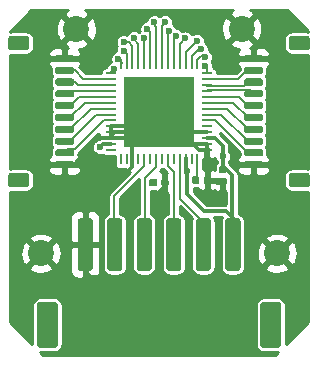
<source format=gbr>
G04 #@! TF.GenerationSoftware,KiCad,Pcbnew,5.1.5-52549c5~84~ubuntu18.04.1*
G04 #@! TF.CreationDate,2020-03-28T18:13:44-07:00*
G04 #@! TF.ProjectId,somos_wristband_2.0,736f6d6f-735f-4777-9269-737462616e64,rev?*
G04 #@! TF.SameCoordinates,Original*
G04 #@! TF.FileFunction,Copper,L1,Top*
G04 #@! TF.FilePolarity,Positive*
%FSLAX46Y46*%
G04 Gerber Fmt 4.6, Leading zero omitted, Abs format (unit mm)*
G04 Created by KiCad (PCBNEW 5.1.5-52549c5~84~ubuntu18.04.1) date 2020-03-28 18:13:44*
%MOMM*%
%LPD*%
G04 APERTURE LIST*
%ADD10C,2.200000*%
%ADD11R,6.000000X6.000000*%
%ADD12R,0.900000X0.250000*%
%ADD13R,0.250000X0.900000*%
%ADD14C,0.100000*%
%ADD15C,0.600000*%
%ADD16C,0.250000*%
%ADD17C,0.300000*%
%ADD18C,0.200000*%
%ADD19C,0.254000*%
G04 APERTURE END LIST*
D10*
X157000000Y-102000000D03*
X143000000Y-102000000D03*
X160000000Y-121000000D03*
X140000000Y-121000000D03*
D11*
X150000000Y-109000000D03*
D12*
X154050000Y-105750000D03*
X154050000Y-106250000D03*
X154050000Y-106750000D03*
X154050000Y-107250000D03*
X154050000Y-107750000D03*
X154050000Y-108250000D03*
X154050000Y-108750000D03*
X154050000Y-109250000D03*
X154050000Y-109750000D03*
X154050000Y-110250000D03*
X154050000Y-110750000D03*
X154050000Y-111250000D03*
X154050000Y-111750000D03*
X154050000Y-112250000D03*
X145950000Y-112250000D03*
X145950000Y-111750000D03*
X145950000Y-111250000D03*
X145950000Y-110750000D03*
X145950000Y-110250000D03*
X145950000Y-109750000D03*
X145950000Y-109250000D03*
X145950000Y-108750000D03*
X145950000Y-108250000D03*
X145950000Y-107750000D03*
X145950000Y-107250000D03*
X145950000Y-106750000D03*
X145950000Y-106250000D03*
X145950000Y-105750000D03*
D13*
X153250000Y-113050000D03*
X152750000Y-113050000D03*
X152250000Y-113050000D03*
X151750000Y-113050000D03*
X151250000Y-113050000D03*
X150750000Y-113050000D03*
X150250000Y-113050000D03*
X149750000Y-113050000D03*
X149250000Y-113050000D03*
X148750000Y-113050000D03*
X148250000Y-113050000D03*
X147750000Y-113050000D03*
X147250000Y-113050000D03*
X146750000Y-113050000D03*
X146750000Y-104950000D03*
X147250000Y-104950000D03*
X147750000Y-104950000D03*
X148250000Y-104950000D03*
X148750000Y-104950000D03*
X149250000Y-104950000D03*
X149750000Y-104950000D03*
X150250000Y-104950000D03*
X150750000Y-104950000D03*
X151250000Y-104950000D03*
X151750000Y-104950000D03*
X152250000Y-104950000D03*
X152750000Y-104950000D03*
X153250000Y-104950000D03*
G04 #@! TA.AperFunction,SMDPad,CuDef*
D14*
G36*
X138799505Y-114201204D02*
G01*
X138823773Y-114204804D01*
X138847572Y-114210765D01*
X138870671Y-114219030D01*
X138892850Y-114229520D01*
X138913893Y-114242132D01*
X138933599Y-114256747D01*
X138951777Y-114273223D01*
X138968253Y-114291401D01*
X138982868Y-114311107D01*
X138995480Y-114332150D01*
X139005970Y-114354329D01*
X139014235Y-114377428D01*
X139020196Y-114401227D01*
X139023796Y-114425495D01*
X139025000Y-114449999D01*
X139025000Y-115150001D01*
X139023796Y-115174505D01*
X139020196Y-115198773D01*
X139014235Y-115222572D01*
X139005970Y-115245671D01*
X138995480Y-115267850D01*
X138982868Y-115288893D01*
X138968253Y-115308599D01*
X138951777Y-115326777D01*
X138933599Y-115343253D01*
X138913893Y-115357868D01*
X138892850Y-115370480D01*
X138870671Y-115380970D01*
X138847572Y-115389235D01*
X138823773Y-115395196D01*
X138799505Y-115398796D01*
X138775001Y-115400000D01*
X137474999Y-115400000D01*
X137450495Y-115398796D01*
X137426227Y-115395196D01*
X137402428Y-115389235D01*
X137379329Y-115380970D01*
X137357150Y-115370480D01*
X137336107Y-115357868D01*
X137316401Y-115343253D01*
X137298223Y-115326777D01*
X137281747Y-115308599D01*
X137267132Y-115288893D01*
X137254520Y-115267850D01*
X137244030Y-115245671D01*
X137235765Y-115222572D01*
X137229804Y-115198773D01*
X137226204Y-115174505D01*
X137225000Y-115150001D01*
X137225000Y-114449999D01*
X137226204Y-114425495D01*
X137229804Y-114401227D01*
X137235765Y-114377428D01*
X137244030Y-114354329D01*
X137254520Y-114332150D01*
X137267132Y-114311107D01*
X137281747Y-114291401D01*
X137298223Y-114273223D01*
X137316401Y-114256747D01*
X137336107Y-114242132D01*
X137357150Y-114229520D01*
X137379329Y-114219030D01*
X137402428Y-114210765D01*
X137426227Y-114204804D01*
X137450495Y-114201204D01*
X137474999Y-114200000D01*
X138775001Y-114200000D01*
X138799505Y-114201204D01*
G37*
G04 #@! TD.AperFunction*
G04 #@! TA.AperFunction,SMDPad,CuDef*
G36*
X138799505Y-102601204D02*
G01*
X138823773Y-102604804D01*
X138847572Y-102610765D01*
X138870671Y-102619030D01*
X138892850Y-102629520D01*
X138913893Y-102642132D01*
X138933599Y-102656747D01*
X138951777Y-102673223D01*
X138968253Y-102691401D01*
X138982868Y-102711107D01*
X138995480Y-102732150D01*
X139005970Y-102754329D01*
X139014235Y-102777428D01*
X139020196Y-102801227D01*
X139023796Y-102825495D01*
X139025000Y-102849999D01*
X139025000Y-103550001D01*
X139023796Y-103574505D01*
X139020196Y-103598773D01*
X139014235Y-103622572D01*
X139005970Y-103645671D01*
X138995480Y-103667850D01*
X138982868Y-103688893D01*
X138968253Y-103708599D01*
X138951777Y-103726777D01*
X138933599Y-103743253D01*
X138913893Y-103757868D01*
X138892850Y-103770480D01*
X138870671Y-103780970D01*
X138847572Y-103789235D01*
X138823773Y-103795196D01*
X138799505Y-103798796D01*
X138775001Y-103800000D01*
X137474999Y-103800000D01*
X137450495Y-103798796D01*
X137426227Y-103795196D01*
X137402428Y-103789235D01*
X137379329Y-103780970D01*
X137357150Y-103770480D01*
X137336107Y-103757868D01*
X137316401Y-103743253D01*
X137298223Y-103726777D01*
X137281747Y-103708599D01*
X137267132Y-103688893D01*
X137254520Y-103667850D01*
X137244030Y-103645671D01*
X137235765Y-103622572D01*
X137229804Y-103598773D01*
X137226204Y-103574505D01*
X137225000Y-103550001D01*
X137225000Y-102849999D01*
X137226204Y-102825495D01*
X137229804Y-102801227D01*
X137235765Y-102777428D01*
X137244030Y-102754329D01*
X137254520Y-102732150D01*
X137267132Y-102711107D01*
X137281747Y-102691401D01*
X137298223Y-102673223D01*
X137316401Y-102656747D01*
X137336107Y-102642132D01*
X137357150Y-102629520D01*
X137379329Y-102619030D01*
X137402428Y-102610765D01*
X137426227Y-102604804D01*
X137450495Y-102601204D01*
X137474999Y-102600000D01*
X138775001Y-102600000D01*
X138799505Y-102601204D01*
G37*
G04 #@! TD.AperFunction*
G04 #@! TA.AperFunction,SMDPad,CuDef*
G36*
X142639703Y-113200722D02*
G01*
X142654264Y-113202882D01*
X142668543Y-113206459D01*
X142682403Y-113211418D01*
X142695710Y-113217712D01*
X142708336Y-113225280D01*
X142720159Y-113234048D01*
X142731066Y-113243934D01*
X142740952Y-113254841D01*
X142749720Y-113266664D01*
X142757288Y-113279290D01*
X142763582Y-113292597D01*
X142768541Y-113306457D01*
X142772118Y-113320736D01*
X142774278Y-113335297D01*
X142775000Y-113350000D01*
X142775000Y-113650000D01*
X142774278Y-113664703D01*
X142772118Y-113679264D01*
X142768541Y-113693543D01*
X142763582Y-113707403D01*
X142757288Y-113720710D01*
X142749720Y-113733336D01*
X142740952Y-113745159D01*
X142731066Y-113756066D01*
X142720159Y-113765952D01*
X142708336Y-113774720D01*
X142695710Y-113782288D01*
X142682403Y-113788582D01*
X142668543Y-113793541D01*
X142654264Y-113797118D01*
X142639703Y-113799278D01*
X142625000Y-113800000D01*
X141375000Y-113800000D01*
X141360297Y-113799278D01*
X141345736Y-113797118D01*
X141331457Y-113793541D01*
X141317597Y-113788582D01*
X141304290Y-113782288D01*
X141291664Y-113774720D01*
X141279841Y-113765952D01*
X141268934Y-113756066D01*
X141259048Y-113745159D01*
X141250280Y-113733336D01*
X141242712Y-113720710D01*
X141236418Y-113707403D01*
X141231459Y-113693543D01*
X141227882Y-113679264D01*
X141225722Y-113664703D01*
X141225000Y-113650000D01*
X141225000Y-113350000D01*
X141225722Y-113335297D01*
X141227882Y-113320736D01*
X141231459Y-113306457D01*
X141236418Y-113292597D01*
X141242712Y-113279290D01*
X141250280Y-113266664D01*
X141259048Y-113254841D01*
X141268934Y-113243934D01*
X141279841Y-113234048D01*
X141291664Y-113225280D01*
X141304290Y-113217712D01*
X141317597Y-113211418D01*
X141331457Y-113206459D01*
X141345736Y-113202882D01*
X141360297Y-113200722D01*
X141375000Y-113200000D01*
X142625000Y-113200000D01*
X142639703Y-113200722D01*
G37*
G04 #@! TD.AperFunction*
G04 #@! TA.AperFunction,SMDPad,CuDef*
G36*
X142639703Y-112200722D02*
G01*
X142654264Y-112202882D01*
X142668543Y-112206459D01*
X142682403Y-112211418D01*
X142695710Y-112217712D01*
X142708336Y-112225280D01*
X142720159Y-112234048D01*
X142731066Y-112243934D01*
X142740952Y-112254841D01*
X142749720Y-112266664D01*
X142757288Y-112279290D01*
X142763582Y-112292597D01*
X142768541Y-112306457D01*
X142772118Y-112320736D01*
X142774278Y-112335297D01*
X142775000Y-112350000D01*
X142775000Y-112650000D01*
X142774278Y-112664703D01*
X142772118Y-112679264D01*
X142768541Y-112693543D01*
X142763582Y-112707403D01*
X142757288Y-112720710D01*
X142749720Y-112733336D01*
X142740952Y-112745159D01*
X142731066Y-112756066D01*
X142720159Y-112765952D01*
X142708336Y-112774720D01*
X142695710Y-112782288D01*
X142682403Y-112788582D01*
X142668543Y-112793541D01*
X142654264Y-112797118D01*
X142639703Y-112799278D01*
X142625000Y-112800000D01*
X141375000Y-112800000D01*
X141360297Y-112799278D01*
X141345736Y-112797118D01*
X141331457Y-112793541D01*
X141317597Y-112788582D01*
X141304290Y-112782288D01*
X141291664Y-112774720D01*
X141279841Y-112765952D01*
X141268934Y-112756066D01*
X141259048Y-112745159D01*
X141250280Y-112733336D01*
X141242712Y-112720710D01*
X141236418Y-112707403D01*
X141231459Y-112693543D01*
X141227882Y-112679264D01*
X141225722Y-112664703D01*
X141225000Y-112650000D01*
X141225000Y-112350000D01*
X141225722Y-112335297D01*
X141227882Y-112320736D01*
X141231459Y-112306457D01*
X141236418Y-112292597D01*
X141242712Y-112279290D01*
X141250280Y-112266664D01*
X141259048Y-112254841D01*
X141268934Y-112243934D01*
X141279841Y-112234048D01*
X141291664Y-112225280D01*
X141304290Y-112217712D01*
X141317597Y-112211418D01*
X141331457Y-112206459D01*
X141345736Y-112202882D01*
X141360297Y-112200722D01*
X141375000Y-112200000D01*
X142625000Y-112200000D01*
X142639703Y-112200722D01*
G37*
G04 #@! TD.AperFunction*
G04 #@! TA.AperFunction,SMDPad,CuDef*
G36*
X142639703Y-111200722D02*
G01*
X142654264Y-111202882D01*
X142668543Y-111206459D01*
X142682403Y-111211418D01*
X142695710Y-111217712D01*
X142708336Y-111225280D01*
X142720159Y-111234048D01*
X142731066Y-111243934D01*
X142740952Y-111254841D01*
X142749720Y-111266664D01*
X142757288Y-111279290D01*
X142763582Y-111292597D01*
X142768541Y-111306457D01*
X142772118Y-111320736D01*
X142774278Y-111335297D01*
X142775000Y-111350000D01*
X142775000Y-111650000D01*
X142774278Y-111664703D01*
X142772118Y-111679264D01*
X142768541Y-111693543D01*
X142763582Y-111707403D01*
X142757288Y-111720710D01*
X142749720Y-111733336D01*
X142740952Y-111745159D01*
X142731066Y-111756066D01*
X142720159Y-111765952D01*
X142708336Y-111774720D01*
X142695710Y-111782288D01*
X142682403Y-111788582D01*
X142668543Y-111793541D01*
X142654264Y-111797118D01*
X142639703Y-111799278D01*
X142625000Y-111800000D01*
X141375000Y-111800000D01*
X141360297Y-111799278D01*
X141345736Y-111797118D01*
X141331457Y-111793541D01*
X141317597Y-111788582D01*
X141304290Y-111782288D01*
X141291664Y-111774720D01*
X141279841Y-111765952D01*
X141268934Y-111756066D01*
X141259048Y-111745159D01*
X141250280Y-111733336D01*
X141242712Y-111720710D01*
X141236418Y-111707403D01*
X141231459Y-111693543D01*
X141227882Y-111679264D01*
X141225722Y-111664703D01*
X141225000Y-111650000D01*
X141225000Y-111350000D01*
X141225722Y-111335297D01*
X141227882Y-111320736D01*
X141231459Y-111306457D01*
X141236418Y-111292597D01*
X141242712Y-111279290D01*
X141250280Y-111266664D01*
X141259048Y-111254841D01*
X141268934Y-111243934D01*
X141279841Y-111234048D01*
X141291664Y-111225280D01*
X141304290Y-111217712D01*
X141317597Y-111211418D01*
X141331457Y-111206459D01*
X141345736Y-111202882D01*
X141360297Y-111200722D01*
X141375000Y-111200000D01*
X142625000Y-111200000D01*
X142639703Y-111200722D01*
G37*
G04 #@! TD.AperFunction*
G04 #@! TA.AperFunction,SMDPad,CuDef*
G36*
X142639703Y-110200722D02*
G01*
X142654264Y-110202882D01*
X142668543Y-110206459D01*
X142682403Y-110211418D01*
X142695710Y-110217712D01*
X142708336Y-110225280D01*
X142720159Y-110234048D01*
X142731066Y-110243934D01*
X142740952Y-110254841D01*
X142749720Y-110266664D01*
X142757288Y-110279290D01*
X142763582Y-110292597D01*
X142768541Y-110306457D01*
X142772118Y-110320736D01*
X142774278Y-110335297D01*
X142775000Y-110350000D01*
X142775000Y-110650000D01*
X142774278Y-110664703D01*
X142772118Y-110679264D01*
X142768541Y-110693543D01*
X142763582Y-110707403D01*
X142757288Y-110720710D01*
X142749720Y-110733336D01*
X142740952Y-110745159D01*
X142731066Y-110756066D01*
X142720159Y-110765952D01*
X142708336Y-110774720D01*
X142695710Y-110782288D01*
X142682403Y-110788582D01*
X142668543Y-110793541D01*
X142654264Y-110797118D01*
X142639703Y-110799278D01*
X142625000Y-110800000D01*
X141375000Y-110800000D01*
X141360297Y-110799278D01*
X141345736Y-110797118D01*
X141331457Y-110793541D01*
X141317597Y-110788582D01*
X141304290Y-110782288D01*
X141291664Y-110774720D01*
X141279841Y-110765952D01*
X141268934Y-110756066D01*
X141259048Y-110745159D01*
X141250280Y-110733336D01*
X141242712Y-110720710D01*
X141236418Y-110707403D01*
X141231459Y-110693543D01*
X141227882Y-110679264D01*
X141225722Y-110664703D01*
X141225000Y-110650000D01*
X141225000Y-110350000D01*
X141225722Y-110335297D01*
X141227882Y-110320736D01*
X141231459Y-110306457D01*
X141236418Y-110292597D01*
X141242712Y-110279290D01*
X141250280Y-110266664D01*
X141259048Y-110254841D01*
X141268934Y-110243934D01*
X141279841Y-110234048D01*
X141291664Y-110225280D01*
X141304290Y-110217712D01*
X141317597Y-110211418D01*
X141331457Y-110206459D01*
X141345736Y-110202882D01*
X141360297Y-110200722D01*
X141375000Y-110200000D01*
X142625000Y-110200000D01*
X142639703Y-110200722D01*
G37*
G04 #@! TD.AperFunction*
G04 #@! TA.AperFunction,SMDPad,CuDef*
G36*
X142639703Y-109200722D02*
G01*
X142654264Y-109202882D01*
X142668543Y-109206459D01*
X142682403Y-109211418D01*
X142695710Y-109217712D01*
X142708336Y-109225280D01*
X142720159Y-109234048D01*
X142731066Y-109243934D01*
X142740952Y-109254841D01*
X142749720Y-109266664D01*
X142757288Y-109279290D01*
X142763582Y-109292597D01*
X142768541Y-109306457D01*
X142772118Y-109320736D01*
X142774278Y-109335297D01*
X142775000Y-109350000D01*
X142775000Y-109650000D01*
X142774278Y-109664703D01*
X142772118Y-109679264D01*
X142768541Y-109693543D01*
X142763582Y-109707403D01*
X142757288Y-109720710D01*
X142749720Y-109733336D01*
X142740952Y-109745159D01*
X142731066Y-109756066D01*
X142720159Y-109765952D01*
X142708336Y-109774720D01*
X142695710Y-109782288D01*
X142682403Y-109788582D01*
X142668543Y-109793541D01*
X142654264Y-109797118D01*
X142639703Y-109799278D01*
X142625000Y-109800000D01*
X141375000Y-109800000D01*
X141360297Y-109799278D01*
X141345736Y-109797118D01*
X141331457Y-109793541D01*
X141317597Y-109788582D01*
X141304290Y-109782288D01*
X141291664Y-109774720D01*
X141279841Y-109765952D01*
X141268934Y-109756066D01*
X141259048Y-109745159D01*
X141250280Y-109733336D01*
X141242712Y-109720710D01*
X141236418Y-109707403D01*
X141231459Y-109693543D01*
X141227882Y-109679264D01*
X141225722Y-109664703D01*
X141225000Y-109650000D01*
X141225000Y-109350000D01*
X141225722Y-109335297D01*
X141227882Y-109320736D01*
X141231459Y-109306457D01*
X141236418Y-109292597D01*
X141242712Y-109279290D01*
X141250280Y-109266664D01*
X141259048Y-109254841D01*
X141268934Y-109243934D01*
X141279841Y-109234048D01*
X141291664Y-109225280D01*
X141304290Y-109217712D01*
X141317597Y-109211418D01*
X141331457Y-109206459D01*
X141345736Y-109202882D01*
X141360297Y-109200722D01*
X141375000Y-109200000D01*
X142625000Y-109200000D01*
X142639703Y-109200722D01*
G37*
G04 #@! TD.AperFunction*
G04 #@! TA.AperFunction,SMDPad,CuDef*
G36*
X142639703Y-108200722D02*
G01*
X142654264Y-108202882D01*
X142668543Y-108206459D01*
X142682403Y-108211418D01*
X142695710Y-108217712D01*
X142708336Y-108225280D01*
X142720159Y-108234048D01*
X142731066Y-108243934D01*
X142740952Y-108254841D01*
X142749720Y-108266664D01*
X142757288Y-108279290D01*
X142763582Y-108292597D01*
X142768541Y-108306457D01*
X142772118Y-108320736D01*
X142774278Y-108335297D01*
X142775000Y-108350000D01*
X142775000Y-108650000D01*
X142774278Y-108664703D01*
X142772118Y-108679264D01*
X142768541Y-108693543D01*
X142763582Y-108707403D01*
X142757288Y-108720710D01*
X142749720Y-108733336D01*
X142740952Y-108745159D01*
X142731066Y-108756066D01*
X142720159Y-108765952D01*
X142708336Y-108774720D01*
X142695710Y-108782288D01*
X142682403Y-108788582D01*
X142668543Y-108793541D01*
X142654264Y-108797118D01*
X142639703Y-108799278D01*
X142625000Y-108800000D01*
X141375000Y-108800000D01*
X141360297Y-108799278D01*
X141345736Y-108797118D01*
X141331457Y-108793541D01*
X141317597Y-108788582D01*
X141304290Y-108782288D01*
X141291664Y-108774720D01*
X141279841Y-108765952D01*
X141268934Y-108756066D01*
X141259048Y-108745159D01*
X141250280Y-108733336D01*
X141242712Y-108720710D01*
X141236418Y-108707403D01*
X141231459Y-108693543D01*
X141227882Y-108679264D01*
X141225722Y-108664703D01*
X141225000Y-108650000D01*
X141225000Y-108350000D01*
X141225722Y-108335297D01*
X141227882Y-108320736D01*
X141231459Y-108306457D01*
X141236418Y-108292597D01*
X141242712Y-108279290D01*
X141250280Y-108266664D01*
X141259048Y-108254841D01*
X141268934Y-108243934D01*
X141279841Y-108234048D01*
X141291664Y-108225280D01*
X141304290Y-108217712D01*
X141317597Y-108211418D01*
X141331457Y-108206459D01*
X141345736Y-108202882D01*
X141360297Y-108200722D01*
X141375000Y-108200000D01*
X142625000Y-108200000D01*
X142639703Y-108200722D01*
G37*
G04 #@! TD.AperFunction*
G04 #@! TA.AperFunction,SMDPad,CuDef*
G36*
X142639703Y-107200722D02*
G01*
X142654264Y-107202882D01*
X142668543Y-107206459D01*
X142682403Y-107211418D01*
X142695710Y-107217712D01*
X142708336Y-107225280D01*
X142720159Y-107234048D01*
X142731066Y-107243934D01*
X142740952Y-107254841D01*
X142749720Y-107266664D01*
X142757288Y-107279290D01*
X142763582Y-107292597D01*
X142768541Y-107306457D01*
X142772118Y-107320736D01*
X142774278Y-107335297D01*
X142775000Y-107350000D01*
X142775000Y-107650000D01*
X142774278Y-107664703D01*
X142772118Y-107679264D01*
X142768541Y-107693543D01*
X142763582Y-107707403D01*
X142757288Y-107720710D01*
X142749720Y-107733336D01*
X142740952Y-107745159D01*
X142731066Y-107756066D01*
X142720159Y-107765952D01*
X142708336Y-107774720D01*
X142695710Y-107782288D01*
X142682403Y-107788582D01*
X142668543Y-107793541D01*
X142654264Y-107797118D01*
X142639703Y-107799278D01*
X142625000Y-107800000D01*
X141375000Y-107800000D01*
X141360297Y-107799278D01*
X141345736Y-107797118D01*
X141331457Y-107793541D01*
X141317597Y-107788582D01*
X141304290Y-107782288D01*
X141291664Y-107774720D01*
X141279841Y-107765952D01*
X141268934Y-107756066D01*
X141259048Y-107745159D01*
X141250280Y-107733336D01*
X141242712Y-107720710D01*
X141236418Y-107707403D01*
X141231459Y-107693543D01*
X141227882Y-107679264D01*
X141225722Y-107664703D01*
X141225000Y-107650000D01*
X141225000Y-107350000D01*
X141225722Y-107335297D01*
X141227882Y-107320736D01*
X141231459Y-107306457D01*
X141236418Y-107292597D01*
X141242712Y-107279290D01*
X141250280Y-107266664D01*
X141259048Y-107254841D01*
X141268934Y-107243934D01*
X141279841Y-107234048D01*
X141291664Y-107225280D01*
X141304290Y-107217712D01*
X141317597Y-107211418D01*
X141331457Y-107206459D01*
X141345736Y-107202882D01*
X141360297Y-107200722D01*
X141375000Y-107200000D01*
X142625000Y-107200000D01*
X142639703Y-107200722D01*
G37*
G04 #@! TD.AperFunction*
G04 #@! TA.AperFunction,SMDPad,CuDef*
G36*
X142639703Y-106200722D02*
G01*
X142654264Y-106202882D01*
X142668543Y-106206459D01*
X142682403Y-106211418D01*
X142695710Y-106217712D01*
X142708336Y-106225280D01*
X142720159Y-106234048D01*
X142731066Y-106243934D01*
X142740952Y-106254841D01*
X142749720Y-106266664D01*
X142757288Y-106279290D01*
X142763582Y-106292597D01*
X142768541Y-106306457D01*
X142772118Y-106320736D01*
X142774278Y-106335297D01*
X142775000Y-106350000D01*
X142775000Y-106650000D01*
X142774278Y-106664703D01*
X142772118Y-106679264D01*
X142768541Y-106693543D01*
X142763582Y-106707403D01*
X142757288Y-106720710D01*
X142749720Y-106733336D01*
X142740952Y-106745159D01*
X142731066Y-106756066D01*
X142720159Y-106765952D01*
X142708336Y-106774720D01*
X142695710Y-106782288D01*
X142682403Y-106788582D01*
X142668543Y-106793541D01*
X142654264Y-106797118D01*
X142639703Y-106799278D01*
X142625000Y-106800000D01*
X141375000Y-106800000D01*
X141360297Y-106799278D01*
X141345736Y-106797118D01*
X141331457Y-106793541D01*
X141317597Y-106788582D01*
X141304290Y-106782288D01*
X141291664Y-106774720D01*
X141279841Y-106765952D01*
X141268934Y-106756066D01*
X141259048Y-106745159D01*
X141250280Y-106733336D01*
X141242712Y-106720710D01*
X141236418Y-106707403D01*
X141231459Y-106693543D01*
X141227882Y-106679264D01*
X141225722Y-106664703D01*
X141225000Y-106650000D01*
X141225000Y-106350000D01*
X141225722Y-106335297D01*
X141227882Y-106320736D01*
X141231459Y-106306457D01*
X141236418Y-106292597D01*
X141242712Y-106279290D01*
X141250280Y-106266664D01*
X141259048Y-106254841D01*
X141268934Y-106243934D01*
X141279841Y-106234048D01*
X141291664Y-106225280D01*
X141304290Y-106217712D01*
X141317597Y-106211418D01*
X141331457Y-106206459D01*
X141345736Y-106202882D01*
X141360297Y-106200722D01*
X141375000Y-106200000D01*
X142625000Y-106200000D01*
X142639703Y-106200722D01*
G37*
G04 #@! TD.AperFunction*
G04 #@! TA.AperFunction,SMDPad,CuDef*
G36*
X142639703Y-105200722D02*
G01*
X142654264Y-105202882D01*
X142668543Y-105206459D01*
X142682403Y-105211418D01*
X142695710Y-105217712D01*
X142708336Y-105225280D01*
X142720159Y-105234048D01*
X142731066Y-105243934D01*
X142740952Y-105254841D01*
X142749720Y-105266664D01*
X142757288Y-105279290D01*
X142763582Y-105292597D01*
X142768541Y-105306457D01*
X142772118Y-105320736D01*
X142774278Y-105335297D01*
X142775000Y-105350000D01*
X142775000Y-105650000D01*
X142774278Y-105664703D01*
X142772118Y-105679264D01*
X142768541Y-105693543D01*
X142763582Y-105707403D01*
X142757288Y-105720710D01*
X142749720Y-105733336D01*
X142740952Y-105745159D01*
X142731066Y-105756066D01*
X142720159Y-105765952D01*
X142708336Y-105774720D01*
X142695710Y-105782288D01*
X142682403Y-105788582D01*
X142668543Y-105793541D01*
X142654264Y-105797118D01*
X142639703Y-105799278D01*
X142625000Y-105800000D01*
X141375000Y-105800000D01*
X141360297Y-105799278D01*
X141345736Y-105797118D01*
X141331457Y-105793541D01*
X141317597Y-105788582D01*
X141304290Y-105782288D01*
X141291664Y-105774720D01*
X141279841Y-105765952D01*
X141268934Y-105756066D01*
X141259048Y-105745159D01*
X141250280Y-105733336D01*
X141242712Y-105720710D01*
X141236418Y-105707403D01*
X141231459Y-105693543D01*
X141227882Y-105679264D01*
X141225722Y-105664703D01*
X141225000Y-105650000D01*
X141225000Y-105350000D01*
X141225722Y-105335297D01*
X141227882Y-105320736D01*
X141231459Y-105306457D01*
X141236418Y-105292597D01*
X141242712Y-105279290D01*
X141250280Y-105266664D01*
X141259048Y-105254841D01*
X141268934Y-105243934D01*
X141279841Y-105234048D01*
X141291664Y-105225280D01*
X141304290Y-105217712D01*
X141317597Y-105211418D01*
X141331457Y-105206459D01*
X141345736Y-105202882D01*
X141360297Y-105200722D01*
X141375000Y-105200000D01*
X142625000Y-105200000D01*
X142639703Y-105200722D01*
G37*
G04 #@! TD.AperFunction*
G04 #@! TA.AperFunction,SMDPad,CuDef*
G36*
X142639703Y-104200722D02*
G01*
X142654264Y-104202882D01*
X142668543Y-104206459D01*
X142682403Y-104211418D01*
X142695710Y-104217712D01*
X142708336Y-104225280D01*
X142720159Y-104234048D01*
X142731066Y-104243934D01*
X142740952Y-104254841D01*
X142749720Y-104266664D01*
X142757288Y-104279290D01*
X142763582Y-104292597D01*
X142768541Y-104306457D01*
X142772118Y-104320736D01*
X142774278Y-104335297D01*
X142775000Y-104350000D01*
X142775000Y-104650000D01*
X142774278Y-104664703D01*
X142772118Y-104679264D01*
X142768541Y-104693543D01*
X142763582Y-104707403D01*
X142757288Y-104720710D01*
X142749720Y-104733336D01*
X142740952Y-104745159D01*
X142731066Y-104756066D01*
X142720159Y-104765952D01*
X142708336Y-104774720D01*
X142695710Y-104782288D01*
X142682403Y-104788582D01*
X142668543Y-104793541D01*
X142654264Y-104797118D01*
X142639703Y-104799278D01*
X142625000Y-104800000D01*
X141375000Y-104800000D01*
X141360297Y-104799278D01*
X141345736Y-104797118D01*
X141331457Y-104793541D01*
X141317597Y-104788582D01*
X141304290Y-104782288D01*
X141291664Y-104774720D01*
X141279841Y-104765952D01*
X141268934Y-104756066D01*
X141259048Y-104745159D01*
X141250280Y-104733336D01*
X141242712Y-104720710D01*
X141236418Y-104707403D01*
X141231459Y-104693543D01*
X141227882Y-104679264D01*
X141225722Y-104664703D01*
X141225000Y-104650000D01*
X141225000Y-104350000D01*
X141225722Y-104335297D01*
X141227882Y-104320736D01*
X141231459Y-104306457D01*
X141236418Y-104292597D01*
X141242712Y-104279290D01*
X141250280Y-104266664D01*
X141259048Y-104254841D01*
X141268934Y-104243934D01*
X141279841Y-104234048D01*
X141291664Y-104225280D01*
X141304290Y-104217712D01*
X141317597Y-104211418D01*
X141331457Y-104206459D01*
X141345736Y-104202882D01*
X141360297Y-104200722D01*
X141375000Y-104200000D01*
X142625000Y-104200000D01*
X142639703Y-104200722D01*
G37*
G04 #@! TD.AperFunction*
G04 #@! TA.AperFunction,SMDPad,CuDef*
G36*
X162549505Y-102601204D02*
G01*
X162573773Y-102604804D01*
X162597572Y-102610765D01*
X162620671Y-102619030D01*
X162642850Y-102629520D01*
X162663893Y-102642132D01*
X162683599Y-102656747D01*
X162701777Y-102673223D01*
X162718253Y-102691401D01*
X162732868Y-102711107D01*
X162745480Y-102732150D01*
X162755970Y-102754329D01*
X162764235Y-102777428D01*
X162770196Y-102801227D01*
X162773796Y-102825495D01*
X162775000Y-102849999D01*
X162775000Y-103550001D01*
X162773796Y-103574505D01*
X162770196Y-103598773D01*
X162764235Y-103622572D01*
X162755970Y-103645671D01*
X162745480Y-103667850D01*
X162732868Y-103688893D01*
X162718253Y-103708599D01*
X162701777Y-103726777D01*
X162683599Y-103743253D01*
X162663893Y-103757868D01*
X162642850Y-103770480D01*
X162620671Y-103780970D01*
X162597572Y-103789235D01*
X162573773Y-103795196D01*
X162549505Y-103798796D01*
X162525001Y-103800000D01*
X161224999Y-103800000D01*
X161200495Y-103798796D01*
X161176227Y-103795196D01*
X161152428Y-103789235D01*
X161129329Y-103780970D01*
X161107150Y-103770480D01*
X161086107Y-103757868D01*
X161066401Y-103743253D01*
X161048223Y-103726777D01*
X161031747Y-103708599D01*
X161017132Y-103688893D01*
X161004520Y-103667850D01*
X160994030Y-103645671D01*
X160985765Y-103622572D01*
X160979804Y-103598773D01*
X160976204Y-103574505D01*
X160975000Y-103550001D01*
X160975000Y-102849999D01*
X160976204Y-102825495D01*
X160979804Y-102801227D01*
X160985765Y-102777428D01*
X160994030Y-102754329D01*
X161004520Y-102732150D01*
X161017132Y-102711107D01*
X161031747Y-102691401D01*
X161048223Y-102673223D01*
X161066401Y-102656747D01*
X161086107Y-102642132D01*
X161107150Y-102629520D01*
X161129329Y-102619030D01*
X161152428Y-102610765D01*
X161176227Y-102604804D01*
X161200495Y-102601204D01*
X161224999Y-102600000D01*
X162525001Y-102600000D01*
X162549505Y-102601204D01*
G37*
G04 #@! TD.AperFunction*
G04 #@! TA.AperFunction,SMDPad,CuDef*
G36*
X162549505Y-114201204D02*
G01*
X162573773Y-114204804D01*
X162597572Y-114210765D01*
X162620671Y-114219030D01*
X162642850Y-114229520D01*
X162663893Y-114242132D01*
X162683599Y-114256747D01*
X162701777Y-114273223D01*
X162718253Y-114291401D01*
X162732868Y-114311107D01*
X162745480Y-114332150D01*
X162755970Y-114354329D01*
X162764235Y-114377428D01*
X162770196Y-114401227D01*
X162773796Y-114425495D01*
X162775000Y-114449999D01*
X162775000Y-115150001D01*
X162773796Y-115174505D01*
X162770196Y-115198773D01*
X162764235Y-115222572D01*
X162755970Y-115245671D01*
X162745480Y-115267850D01*
X162732868Y-115288893D01*
X162718253Y-115308599D01*
X162701777Y-115326777D01*
X162683599Y-115343253D01*
X162663893Y-115357868D01*
X162642850Y-115370480D01*
X162620671Y-115380970D01*
X162597572Y-115389235D01*
X162573773Y-115395196D01*
X162549505Y-115398796D01*
X162525001Y-115400000D01*
X161224999Y-115400000D01*
X161200495Y-115398796D01*
X161176227Y-115395196D01*
X161152428Y-115389235D01*
X161129329Y-115380970D01*
X161107150Y-115370480D01*
X161086107Y-115357868D01*
X161066401Y-115343253D01*
X161048223Y-115326777D01*
X161031747Y-115308599D01*
X161017132Y-115288893D01*
X161004520Y-115267850D01*
X160994030Y-115245671D01*
X160985765Y-115222572D01*
X160979804Y-115198773D01*
X160976204Y-115174505D01*
X160975000Y-115150001D01*
X160975000Y-114449999D01*
X160976204Y-114425495D01*
X160979804Y-114401227D01*
X160985765Y-114377428D01*
X160994030Y-114354329D01*
X161004520Y-114332150D01*
X161017132Y-114311107D01*
X161031747Y-114291401D01*
X161048223Y-114273223D01*
X161066401Y-114256747D01*
X161086107Y-114242132D01*
X161107150Y-114229520D01*
X161129329Y-114219030D01*
X161152428Y-114210765D01*
X161176227Y-114204804D01*
X161200495Y-114201204D01*
X161224999Y-114200000D01*
X162525001Y-114200000D01*
X162549505Y-114201204D01*
G37*
G04 #@! TD.AperFunction*
G04 #@! TA.AperFunction,SMDPad,CuDef*
G36*
X158639703Y-104200722D02*
G01*
X158654264Y-104202882D01*
X158668543Y-104206459D01*
X158682403Y-104211418D01*
X158695710Y-104217712D01*
X158708336Y-104225280D01*
X158720159Y-104234048D01*
X158731066Y-104243934D01*
X158740952Y-104254841D01*
X158749720Y-104266664D01*
X158757288Y-104279290D01*
X158763582Y-104292597D01*
X158768541Y-104306457D01*
X158772118Y-104320736D01*
X158774278Y-104335297D01*
X158775000Y-104350000D01*
X158775000Y-104650000D01*
X158774278Y-104664703D01*
X158772118Y-104679264D01*
X158768541Y-104693543D01*
X158763582Y-104707403D01*
X158757288Y-104720710D01*
X158749720Y-104733336D01*
X158740952Y-104745159D01*
X158731066Y-104756066D01*
X158720159Y-104765952D01*
X158708336Y-104774720D01*
X158695710Y-104782288D01*
X158682403Y-104788582D01*
X158668543Y-104793541D01*
X158654264Y-104797118D01*
X158639703Y-104799278D01*
X158625000Y-104800000D01*
X157375000Y-104800000D01*
X157360297Y-104799278D01*
X157345736Y-104797118D01*
X157331457Y-104793541D01*
X157317597Y-104788582D01*
X157304290Y-104782288D01*
X157291664Y-104774720D01*
X157279841Y-104765952D01*
X157268934Y-104756066D01*
X157259048Y-104745159D01*
X157250280Y-104733336D01*
X157242712Y-104720710D01*
X157236418Y-104707403D01*
X157231459Y-104693543D01*
X157227882Y-104679264D01*
X157225722Y-104664703D01*
X157225000Y-104650000D01*
X157225000Y-104350000D01*
X157225722Y-104335297D01*
X157227882Y-104320736D01*
X157231459Y-104306457D01*
X157236418Y-104292597D01*
X157242712Y-104279290D01*
X157250280Y-104266664D01*
X157259048Y-104254841D01*
X157268934Y-104243934D01*
X157279841Y-104234048D01*
X157291664Y-104225280D01*
X157304290Y-104217712D01*
X157317597Y-104211418D01*
X157331457Y-104206459D01*
X157345736Y-104202882D01*
X157360297Y-104200722D01*
X157375000Y-104200000D01*
X158625000Y-104200000D01*
X158639703Y-104200722D01*
G37*
G04 #@! TD.AperFunction*
G04 #@! TA.AperFunction,SMDPad,CuDef*
G36*
X158639703Y-105200722D02*
G01*
X158654264Y-105202882D01*
X158668543Y-105206459D01*
X158682403Y-105211418D01*
X158695710Y-105217712D01*
X158708336Y-105225280D01*
X158720159Y-105234048D01*
X158731066Y-105243934D01*
X158740952Y-105254841D01*
X158749720Y-105266664D01*
X158757288Y-105279290D01*
X158763582Y-105292597D01*
X158768541Y-105306457D01*
X158772118Y-105320736D01*
X158774278Y-105335297D01*
X158775000Y-105350000D01*
X158775000Y-105650000D01*
X158774278Y-105664703D01*
X158772118Y-105679264D01*
X158768541Y-105693543D01*
X158763582Y-105707403D01*
X158757288Y-105720710D01*
X158749720Y-105733336D01*
X158740952Y-105745159D01*
X158731066Y-105756066D01*
X158720159Y-105765952D01*
X158708336Y-105774720D01*
X158695710Y-105782288D01*
X158682403Y-105788582D01*
X158668543Y-105793541D01*
X158654264Y-105797118D01*
X158639703Y-105799278D01*
X158625000Y-105800000D01*
X157375000Y-105800000D01*
X157360297Y-105799278D01*
X157345736Y-105797118D01*
X157331457Y-105793541D01*
X157317597Y-105788582D01*
X157304290Y-105782288D01*
X157291664Y-105774720D01*
X157279841Y-105765952D01*
X157268934Y-105756066D01*
X157259048Y-105745159D01*
X157250280Y-105733336D01*
X157242712Y-105720710D01*
X157236418Y-105707403D01*
X157231459Y-105693543D01*
X157227882Y-105679264D01*
X157225722Y-105664703D01*
X157225000Y-105650000D01*
X157225000Y-105350000D01*
X157225722Y-105335297D01*
X157227882Y-105320736D01*
X157231459Y-105306457D01*
X157236418Y-105292597D01*
X157242712Y-105279290D01*
X157250280Y-105266664D01*
X157259048Y-105254841D01*
X157268934Y-105243934D01*
X157279841Y-105234048D01*
X157291664Y-105225280D01*
X157304290Y-105217712D01*
X157317597Y-105211418D01*
X157331457Y-105206459D01*
X157345736Y-105202882D01*
X157360297Y-105200722D01*
X157375000Y-105200000D01*
X158625000Y-105200000D01*
X158639703Y-105200722D01*
G37*
G04 #@! TD.AperFunction*
G04 #@! TA.AperFunction,SMDPad,CuDef*
G36*
X158639703Y-106200722D02*
G01*
X158654264Y-106202882D01*
X158668543Y-106206459D01*
X158682403Y-106211418D01*
X158695710Y-106217712D01*
X158708336Y-106225280D01*
X158720159Y-106234048D01*
X158731066Y-106243934D01*
X158740952Y-106254841D01*
X158749720Y-106266664D01*
X158757288Y-106279290D01*
X158763582Y-106292597D01*
X158768541Y-106306457D01*
X158772118Y-106320736D01*
X158774278Y-106335297D01*
X158775000Y-106350000D01*
X158775000Y-106650000D01*
X158774278Y-106664703D01*
X158772118Y-106679264D01*
X158768541Y-106693543D01*
X158763582Y-106707403D01*
X158757288Y-106720710D01*
X158749720Y-106733336D01*
X158740952Y-106745159D01*
X158731066Y-106756066D01*
X158720159Y-106765952D01*
X158708336Y-106774720D01*
X158695710Y-106782288D01*
X158682403Y-106788582D01*
X158668543Y-106793541D01*
X158654264Y-106797118D01*
X158639703Y-106799278D01*
X158625000Y-106800000D01*
X157375000Y-106800000D01*
X157360297Y-106799278D01*
X157345736Y-106797118D01*
X157331457Y-106793541D01*
X157317597Y-106788582D01*
X157304290Y-106782288D01*
X157291664Y-106774720D01*
X157279841Y-106765952D01*
X157268934Y-106756066D01*
X157259048Y-106745159D01*
X157250280Y-106733336D01*
X157242712Y-106720710D01*
X157236418Y-106707403D01*
X157231459Y-106693543D01*
X157227882Y-106679264D01*
X157225722Y-106664703D01*
X157225000Y-106650000D01*
X157225000Y-106350000D01*
X157225722Y-106335297D01*
X157227882Y-106320736D01*
X157231459Y-106306457D01*
X157236418Y-106292597D01*
X157242712Y-106279290D01*
X157250280Y-106266664D01*
X157259048Y-106254841D01*
X157268934Y-106243934D01*
X157279841Y-106234048D01*
X157291664Y-106225280D01*
X157304290Y-106217712D01*
X157317597Y-106211418D01*
X157331457Y-106206459D01*
X157345736Y-106202882D01*
X157360297Y-106200722D01*
X157375000Y-106200000D01*
X158625000Y-106200000D01*
X158639703Y-106200722D01*
G37*
G04 #@! TD.AperFunction*
G04 #@! TA.AperFunction,SMDPad,CuDef*
G36*
X158639703Y-107200722D02*
G01*
X158654264Y-107202882D01*
X158668543Y-107206459D01*
X158682403Y-107211418D01*
X158695710Y-107217712D01*
X158708336Y-107225280D01*
X158720159Y-107234048D01*
X158731066Y-107243934D01*
X158740952Y-107254841D01*
X158749720Y-107266664D01*
X158757288Y-107279290D01*
X158763582Y-107292597D01*
X158768541Y-107306457D01*
X158772118Y-107320736D01*
X158774278Y-107335297D01*
X158775000Y-107350000D01*
X158775000Y-107650000D01*
X158774278Y-107664703D01*
X158772118Y-107679264D01*
X158768541Y-107693543D01*
X158763582Y-107707403D01*
X158757288Y-107720710D01*
X158749720Y-107733336D01*
X158740952Y-107745159D01*
X158731066Y-107756066D01*
X158720159Y-107765952D01*
X158708336Y-107774720D01*
X158695710Y-107782288D01*
X158682403Y-107788582D01*
X158668543Y-107793541D01*
X158654264Y-107797118D01*
X158639703Y-107799278D01*
X158625000Y-107800000D01*
X157375000Y-107800000D01*
X157360297Y-107799278D01*
X157345736Y-107797118D01*
X157331457Y-107793541D01*
X157317597Y-107788582D01*
X157304290Y-107782288D01*
X157291664Y-107774720D01*
X157279841Y-107765952D01*
X157268934Y-107756066D01*
X157259048Y-107745159D01*
X157250280Y-107733336D01*
X157242712Y-107720710D01*
X157236418Y-107707403D01*
X157231459Y-107693543D01*
X157227882Y-107679264D01*
X157225722Y-107664703D01*
X157225000Y-107650000D01*
X157225000Y-107350000D01*
X157225722Y-107335297D01*
X157227882Y-107320736D01*
X157231459Y-107306457D01*
X157236418Y-107292597D01*
X157242712Y-107279290D01*
X157250280Y-107266664D01*
X157259048Y-107254841D01*
X157268934Y-107243934D01*
X157279841Y-107234048D01*
X157291664Y-107225280D01*
X157304290Y-107217712D01*
X157317597Y-107211418D01*
X157331457Y-107206459D01*
X157345736Y-107202882D01*
X157360297Y-107200722D01*
X157375000Y-107200000D01*
X158625000Y-107200000D01*
X158639703Y-107200722D01*
G37*
G04 #@! TD.AperFunction*
G04 #@! TA.AperFunction,SMDPad,CuDef*
G36*
X158639703Y-108200722D02*
G01*
X158654264Y-108202882D01*
X158668543Y-108206459D01*
X158682403Y-108211418D01*
X158695710Y-108217712D01*
X158708336Y-108225280D01*
X158720159Y-108234048D01*
X158731066Y-108243934D01*
X158740952Y-108254841D01*
X158749720Y-108266664D01*
X158757288Y-108279290D01*
X158763582Y-108292597D01*
X158768541Y-108306457D01*
X158772118Y-108320736D01*
X158774278Y-108335297D01*
X158775000Y-108350000D01*
X158775000Y-108650000D01*
X158774278Y-108664703D01*
X158772118Y-108679264D01*
X158768541Y-108693543D01*
X158763582Y-108707403D01*
X158757288Y-108720710D01*
X158749720Y-108733336D01*
X158740952Y-108745159D01*
X158731066Y-108756066D01*
X158720159Y-108765952D01*
X158708336Y-108774720D01*
X158695710Y-108782288D01*
X158682403Y-108788582D01*
X158668543Y-108793541D01*
X158654264Y-108797118D01*
X158639703Y-108799278D01*
X158625000Y-108800000D01*
X157375000Y-108800000D01*
X157360297Y-108799278D01*
X157345736Y-108797118D01*
X157331457Y-108793541D01*
X157317597Y-108788582D01*
X157304290Y-108782288D01*
X157291664Y-108774720D01*
X157279841Y-108765952D01*
X157268934Y-108756066D01*
X157259048Y-108745159D01*
X157250280Y-108733336D01*
X157242712Y-108720710D01*
X157236418Y-108707403D01*
X157231459Y-108693543D01*
X157227882Y-108679264D01*
X157225722Y-108664703D01*
X157225000Y-108650000D01*
X157225000Y-108350000D01*
X157225722Y-108335297D01*
X157227882Y-108320736D01*
X157231459Y-108306457D01*
X157236418Y-108292597D01*
X157242712Y-108279290D01*
X157250280Y-108266664D01*
X157259048Y-108254841D01*
X157268934Y-108243934D01*
X157279841Y-108234048D01*
X157291664Y-108225280D01*
X157304290Y-108217712D01*
X157317597Y-108211418D01*
X157331457Y-108206459D01*
X157345736Y-108202882D01*
X157360297Y-108200722D01*
X157375000Y-108200000D01*
X158625000Y-108200000D01*
X158639703Y-108200722D01*
G37*
G04 #@! TD.AperFunction*
G04 #@! TA.AperFunction,SMDPad,CuDef*
G36*
X158639703Y-109200722D02*
G01*
X158654264Y-109202882D01*
X158668543Y-109206459D01*
X158682403Y-109211418D01*
X158695710Y-109217712D01*
X158708336Y-109225280D01*
X158720159Y-109234048D01*
X158731066Y-109243934D01*
X158740952Y-109254841D01*
X158749720Y-109266664D01*
X158757288Y-109279290D01*
X158763582Y-109292597D01*
X158768541Y-109306457D01*
X158772118Y-109320736D01*
X158774278Y-109335297D01*
X158775000Y-109350000D01*
X158775000Y-109650000D01*
X158774278Y-109664703D01*
X158772118Y-109679264D01*
X158768541Y-109693543D01*
X158763582Y-109707403D01*
X158757288Y-109720710D01*
X158749720Y-109733336D01*
X158740952Y-109745159D01*
X158731066Y-109756066D01*
X158720159Y-109765952D01*
X158708336Y-109774720D01*
X158695710Y-109782288D01*
X158682403Y-109788582D01*
X158668543Y-109793541D01*
X158654264Y-109797118D01*
X158639703Y-109799278D01*
X158625000Y-109800000D01*
X157375000Y-109800000D01*
X157360297Y-109799278D01*
X157345736Y-109797118D01*
X157331457Y-109793541D01*
X157317597Y-109788582D01*
X157304290Y-109782288D01*
X157291664Y-109774720D01*
X157279841Y-109765952D01*
X157268934Y-109756066D01*
X157259048Y-109745159D01*
X157250280Y-109733336D01*
X157242712Y-109720710D01*
X157236418Y-109707403D01*
X157231459Y-109693543D01*
X157227882Y-109679264D01*
X157225722Y-109664703D01*
X157225000Y-109650000D01*
X157225000Y-109350000D01*
X157225722Y-109335297D01*
X157227882Y-109320736D01*
X157231459Y-109306457D01*
X157236418Y-109292597D01*
X157242712Y-109279290D01*
X157250280Y-109266664D01*
X157259048Y-109254841D01*
X157268934Y-109243934D01*
X157279841Y-109234048D01*
X157291664Y-109225280D01*
X157304290Y-109217712D01*
X157317597Y-109211418D01*
X157331457Y-109206459D01*
X157345736Y-109202882D01*
X157360297Y-109200722D01*
X157375000Y-109200000D01*
X158625000Y-109200000D01*
X158639703Y-109200722D01*
G37*
G04 #@! TD.AperFunction*
G04 #@! TA.AperFunction,SMDPad,CuDef*
G36*
X158639703Y-110200722D02*
G01*
X158654264Y-110202882D01*
X158668543Y-110206459D01*
X158682403Y-110211418D01*
X158695710Y-110217712D01*
X158708336Y-110225280D01*
X158720159Y-110234048D01*
X158731066Y-110243934D01*
X158740952Y-110254841D01*
X158749720Y-110266664D01*
X158757288Y-110279290D01*
X158763582Y-110292597D01*
X158768541Y-110306457D01*
X158772118Y-110320736D01*
X158774278Y-110335297D01*
X158775000Y-110350000D01*
X158775000Y-110650000D01*
X158774278Y-110664703D01*
X158772118Y-110679264D01*
X158768541Y-110693543D01*
X158763582Y-110707403D01*
X158757288Y-110720710D01*
X158749720Y-110733336D01*
X158740952Y-110745159D01*
X158731066Y-110756066D01*
X158720159Y-110765952D01*
X158708336Y-110774720D01*
X158695710Y-110782288D01*
X158682403Y-110788582D01*
X158668543Y-110793541D01*
X158654264Y-110797118D01*
X158639703Y-110799278D01*
X158625000Y-110800000D01*
X157375000Y-110800000D01*
X157360297Y-110799278D01*
X157345736Y-110797118D01*
X157331457Y-110793541D01*
X157317597Y-110788582D01*
X157304290Y-110782288D01*
X157291664Y-110774720D01*
X157279841Y-110765952D01*
X157268934Y-110756066D01*
X157259048Y-110745159D01*
X157250280Y-110733336D01*
X157242712Y-110720710D01*
X157236418Y-110707403D01*
X157231459Y-110693543D01*
X157227882Y-110679264D01*
X157225722Y-110664703D01*
X157225000Y-110650000D01*
X157225000Y-110350000D01*
X157225722Y-110335297D01*
X157227882Y-110320736D01*
X157231459Y-110306457D01*
X157236418Y-110292597D01*
X157242712Y-110279290D01*
X157250280Y-110266664D01*
X157259048Y-110254841D01*
X157268934Y-110243934D01*
X157279841Y-110234048D01*
X157291664Y-110225280D01*
X157304290Y-110217712D01*
X157317597Y-110211418D01*
X157331457Y-110206459D01*
X157345736Y-110202882D01*
X157360297Y-110200722D01*
X157375000Y-110200000D01*
X158625000Y-110200000D01*
X158639703Y-110200722D01*
G37*
G04 #@! TD.AperFunction*
G04 #@! TA.AperFunction,SMDPad,CuDef*
G36*
X158639703Y-111200722D02*
G01*
X158654264Y-111202882D01*
X158668543Y-111206459D01*
X158682403Y-111211418D01*
X158695710Y-111217712D01*
X158708336Y-111225280D01*
X158720159Y-111234048D01*
X158731066Y-111243934D01*
X158740952Y-111254841D01*
X158749720Y-111266664D01*
X158757288Y-111279290D01*
X158763582Y-111292597D01*
X158768541Y-111306457D01*
X158772118Y-111320736D01*
X158774278Y-111335297D01*
X158775000Y-111350000D01*
X158775000Y-111650000D01*
X158774278Y-111664703D01*
X158772118Y-111679264D01*
X158768541Y-111693543D01*
X158763582Y-111707403D01*
X158757288Y-111720710D01*
X158749720Y-111733336D01*
X158740952Y-111745159D01*
X158731066Y-111756066D01*
X158720159Y-111765952D01*
X158708336Y-111774720D01*
X158695710Y-111782288D01*
X158682403Y-111788582D01*
X158668543Y-111793541D01*
X158654264Y-111797118D01*
X158639703Y-111799278D01*
X158625000Y-111800000D01*
X157375000Y-111800000D01*
X157360297Y-111799278D01*
X157345736Y-111797118D01*
X157331457Y-111793541D01*
X157317597Y-111788582D01*
X157304290Y-111782288D01*
X157291664Y-111774720D01*
X157279841Y-111765952D01*
X157268934Y-111756066D01*
X157259048Y-111745159D01*
X157250280Y-111733336D01*
X157242712Y-111720710D01*
X157236418Y-111707403D01*
X157231459Y-111693543D01*
X157227882Y-111679264D01*
X157225722Y-111664703D01*
X157225000Y-111650000D01*
X157225000Y-111350000D01*
X157225722Y-111335297D01*
X157227882Y-111320736D01*
X157231459Y-111306457D01*
X157236418Y-111292597D01*
X157242712Y-111279290D01*
X157250280Y-111266664D01*
X157259048Y-111254841D01*
X157268934Y-111243934D01*
X157279841Y-111234048D01*
X157291664Y-111225280D01*
X157304290Y-111217712D01*
X157317597Y-111211418D01*
X157331457Y-111206459D01*
X157345736Y-111202882D01*
X157360297Y-111200722D01*
X157375000Y-111200000D01*
X158625000Y-111200000D01*
X158639703Y-111200722D01*
G37*
G04 #@! TD.AperFunction*
G04 #@! TA.AperFunction,SMDPad,CuDef*
G36*
X158639703Y-112200722D02*
G01*
X158654264Y-112202882D01*
X158668543Y-112206459D01*
X158682403Y-112211418D01*
X158695710Y-112217712D01*
X158708336Y-112225280D01*
X158720159Y-112234048D01*
X158731066Y-112243934D01*
X158740952Y-112254841D01*
X158749720Y-112266664D01*
X158757288Y-112279290D01*
X158763582Y-112292597D01*
X158768541Y-112306457D01*
X158772118Y-112320736D01*
X158774278Y-112335297D01*
X158775000Y-112350000D01*
X158775000Y-112650000D01*
X158774278Y-112664703D01*
X158772118Y-112679264D01*
X158768541Y-112693543D01*
X158763582Y-112707403D01*
X158757288Y-112720710D01*
X158749720Y-112733336D01*
X158740952Y-112745159D01*
X158731066Y-112756066D01*
X158720159Y-112765952D01*
X158708336Y-112774720D01*
X158695710Y-112782288D01*
X158682403Y-112788582D01*
X158668543Y-112793541D01*
X158654264Y-112797118D01*
X158639703Y-112799278D01*
X158625000Y-112800000D01*
X157375000Y-112800000D01*
X157360297Y-112799278D01*
X157345736Y-112797118D01*
X157331457Y-112793541D01*
X157317597Y-112788582D01*
X157304290Y-112782288D01*
X157291664Y-112774720D01*
X157279841Y-112765952D01*
X157268934Y-112756066D01*
X157259048Y-112745159D01*
X157250280Y-112733336D01*
X157242712Y-112720710D01*
X157236418Y-112707403D01*
X157231459Y-112693543D01*
X157227882Y-112679264D01*
X157225722Y-112664703D01*
X157225000Y-112650000D01*
X157225000Y-112350000D01*
X157225722Y-112335297D01*
X157227882Y-112320736D01*
X157231459Y-112306457D01*
X157236418Y-112292597D01*
X157242712Y-112279290D01*
X157250280Y-112266664D01*
X157259048Y-112254841D01*
X157268934Y-112243934D01*
X157279841Y-112234048D01*
X157291664Y-112225280D01*
X157304290Y-112217712D01*
X157317597Y-112211418D01*
X157331457Y-112206459D01*
X157345736Y-112202882D01*
X157360297Y-112200722D01*
X157375000Y-112200000D01*
X158625000Y-112200000D01*
X158639703Y-112200722D01*
G37*
G04 #@! TD.AperFunction*
G04 #@! TA.AperFunction,SMDPad,CuDef*
G36*
X158639703Y-113200722D02*
G01*
X158654264Y-113202882D01*
X158668543Y-113206459D01*
X158682403Y-113211418D01*
X158695710Y-113217712D01*
X158708336Y-113225280D01*
X158720159Y-113234048D01*
X158731066Y-113243934D01*
X158740952Y-113254841D01*
X158749720Y-113266664D01*
X158757288Y-113279290D01*
X158763582Y-113292597D01*
X158768541Y-113306457D01*
X158772118Y-113320736D01*
X158774278Y-113335297D01*
X158775000Y-113350000D01*
X158775000Y-113650000D01*
X158774278Y-113664703D01*
X158772118Y-113679264D01*
X158768541Y-113693543D01*
X158763582Y-113707403D01*
X158757288Y-113720710D01*
X158749720Y-113733336D01*
X158740952Y-113745159D01*
X158731066Y-113756066D01*
X158720159Y-113765952D01*
X158708336Y-113774720D01*
X158695710Y-113782288D01*
X158682403Y-113788582D01*
X158668543Y-113793541D01*
X158654264Y-113797118D01*
X158639703Y-113799278D01*
X158625000Y-113800000D01*
X157375000Y-113800000D01*
X157360297Y-113799278D01*
X157345736Y-113797118D01*
X157331457Y-113793541D01*
X157317597Y-113788582D01*
X157304290Y-113782288D01*
X157291664Y-113774720D01*
X157279841Y-113765952D01*
X157268934Y-113756066D01*
X157259048Y-113745159D01*
X157250280Y-113733336D01*
X157242712Y-113720710D01*
X157236418Y-113707403D01*
X157231459Y-113693543D01*
X157227882Y-113679264D01*
X157225722Y-113664703D01*
X157225000Y-113650000D01*
X157225000Y-113350000D01*
X157225722Y-113335297D01*
X157227882Y-113320736D01*
X157231459Y-113306457D01*
X157236418Y-113292597D01*
X157242712Y-113279290D01*
X157250280Y-113266664D01*
X157259048Y-113254841D01*
X157268934Y-113243934D01*
X157279841Y-113234048D01*
X157291664Y-113225280D01*
X157304290Y-113217712D01*
X157317597Y-113211418D01*
X157331457Y-113206459D01*
X157345736Y-113202882D01*
X157360297Y-113200722D01*
X157375000Y-113200000D01*
X158625000Y-113200000D01*
X158639703Y-113200722D01*
G37*
G04 #@! TD.AperFunction*
G04 #@! TA.AperFunction,SMDPad,CuDef*
G36*
X160078864Y-125101447D02*
G01*
X160108044Y-125105776D01*
X160136660Y-125112944D01*
X160164435Y-125122882D01*
X160191102Y-125135494D01*
X160216404Y-125150660D01*
X160240099Y-125168233D01*
X160261956Y-125188044D01*
X160281767Y-125209901D01*
X160299340Y-125233596D01*
X160314506Y-125258898D01*
X160327118Y-125285565D01*
X160337056Y-125313340D01*
X160344224Y-125341956D01*
X160348553Y-125371136D01*
X160350000Y-125400600D01*
X160350000Y-128699400D01*
X160348553Y-128728864D01*
X160344224Y-128758044D01*
X160337056Y-128786660D01*
X160327118Y-128814435D01*
X160314506Y-128841102D01*
X160299340Y-128866404D01*
X160281767Y-128890099D01*
X160261956Y-128911956D01*
X160240099Y-128931767D01*
X160216404Y-128949340D01*
X160191102Y-128964506D01*
X160164435Y-128977118D01*
X160136660Y-128987056D01*
X160108044Y-128994224D01*
X160078864Y-128998553D01*
X160049400Y-129000000D01*
X158850600Y-129000000D01*
X158821136Y-128998553D01*
X158791956Y-128994224D01*
X158763340Y-128987056D01*
X158735565Y-128977118D01*
X158708898Y-128964506D01*
X158683596Y-128949340D01*
X158659901Y-128931767D01*
X158638044Y-128911956D01*
X158618233Y-128890099D01*
X158600660Y-128866404D01*
X158585494Y-128841102D01*
X158572882Y-128814435D01*
X158562944Y-128786660D01*
X158555776Y-128758044D01*
X158551447Y-128728864D01*
X158550000Y-128699400D01*
X158550000Y-125400600D01*
X158551447Y-125371136D01*
X158555776Y-125341956D01*
X158562944Y-125313340D01*
X158572882Y-125285565D01*
X158585494Y-125258898D01*
X158600660Y-125233596D01*
X158618233Y-125209901D01*
X158638044Y-125188044D01*
X158659901Y-125168233D01*
X158683596Y-125150660D01*
X158708898Y-125135494D01*
X158735565Y-125122882D01*
X158763340Y-125112944D01*
X158791956Y-125105776D01*
X158821136Y-125101447D01*
X158850600Y-125100000D01*
X160049400Y-125100000D01*
X160078864Y-125101447D01*
G37*
G04 #@! TD.AperFunction*
G04 #@! TA.AperFunction,SMDPad,CuDef*
G36*
X141178864Y-125101447D02*
G01*
X141208044Y-125105776D01*
X141236660Y-125112944D01*
X141264435Y-125122882D01*
X141291102Y-125135494D01*
X141316404Y-125150660D01*
X141340099Y-125168233D01*
X141361956Y-125188044D01*
X141381767Y-125209901D01*
X141399340Y-125233596D01*
X141414506Y-125258898D01*
X141427118Y-125285565D01*
X141437056Y-125313340D01*
X141444224Y-125341956D01*
X141448553Y-125371136D01*
X141450000Y-125400600D01*
X141450000Y-128699400D01*
X141448553Y-128728864D01*
X141444224Y-128758044D01*
X141437056Y-128786660D01*
X141427118Y-128814435D01*
X141414506Y-128841102D01*
X141399340Y-128866404D01*
X141381767Y-128890099D01*
X141361956Y-128911956D01*
X141340099Y-128931767D01*
X141316404Y-128949340D01*
X141291102Y-128964506D01*
X141264435Y-128977118D01*
X141236660Y-128987056D01*
X141208044Y-128994224D01*
X141178864Y-128998553D01*
X141149400Y-129000000D01*
X139950600Y-129000000D01*
X139921136Y-128998553D01*
X139891956Y-128994224D01*
X139863340Y-128987056D01*
X139835565Y-128977118D01*
X139808898Y-128964506D01*
X139783596Y-128949340D01*
X139759901Y-128931767D01*
X139738044Y-128911956D01*
X139718233Y-128890099D01*
X139700660Y-128866404D01*
X139685494Y-128841102D01*
X139672882Y-128814435D01*
X139662944Y-128786660D01*
X139655776Y-128758044D01*
X139651447Y-128728864D01*
X139650000Y-128699400D01*
X139650000Y-125400600D01*
X139651447Y-125371136D01*
X139655776Y-125341956D01*
X139662944Y-125313340D01*
X139672882Y-125285565D01*
X139685494Y-125258898D01*
X139700660Y-125233596D01*
X139718233Y-125209901D01*
X139738044Y-125188044D01*
X139759901Y-125168233D01*
X139783596Y-125150660D01*
X139808898Y-125135494D01*
X139835565Y-125122882D01*
X139863340Y-125112944D01*
X139891956Y-125105776D01*
X139921136Y-125101447D01*
X139950600Y-125100000D01*
X141149400Y-125100000D01*
X141178864Y-125101447D01*
G37*
G04 #@! TD.AperFunction*
G04 #@! TA.AperFunction,SMDPad,CuDef*
G36*
X156606856Y-118001565D02*
G01*
X156638404Y-118006245D01*
X156669343Y-118013994D01*
X156699372Y-118024739D01*
X156728204Y-118038376D01*
X156755560Y-118054772D01*
X156781178Y-118073772D01*
X156804810Y-118095190D01*
X156826228Y-118118822D01*
X156845228Y-118144440D01*
X156861624Y-118171796D01*
X156875261Y-118200628D01*
X156886006Y-118230657D01*
X156893755Y-118261596D01*
X156898435Y-118293144D01*
X156900000Y-118325000D01*
X156900000Y-122175000D01*
X156898435Y-122206856D01*
X156893755Y-122238404D01*
X156886006Y-122269343D01*
X156875261Y-122299372D01*
X156861624Y-122328204D01*
X156845228Y-122355560D01*
X156826228Y-122381178D01*
X156804810Y-122404810D01*
X156781178Y-122426228D01*
X156755560Y-122445228D01*
X156728204Y-122461624D01*
X156699372Y-122475261D01*
X156669343Y-122486006D01*
X156638404Y-122493755D01*
X156606856Y-122498435D01*
X156575000Y-122500000D01*
X155925000Y-122500000D01*
X155893144Y-122498435D01*
X155861596Y-122493755D01*
X155830657Y-122486006D01*
X155800628Y-122475261D01*
X155771796Y-122461624D01*
X155744440Y-122445228D01*
X155718822Y-122426228D01*
X155695190Y-122404810D01*
X155673772Y-122381178D01*
X155654772Y-122355560D01*
X155638376Y-122328204D01*
X155624739Y-122299372D01*
X155613994Y-122269343D01*
X155606245Y-122238404D01*
X155601565Y-122206856D01*
X155600000Y-122175000D01*
X155600000Y-118325000D01*
X155601565Y-118293144D01*
X155606245Y-118261596D01*
X155613994Y-118230657D01*
X155624739Y-118200628D01*
X155638376Y-118171796D01*
X155654772Y-118144440D01*
X155673772Y-118118822D01*
X155695190Y-118095190D01*
X155718822Y-118073772D01*
X155744440Y-118054772D01*
X155771796Y-118038376D01*
X155800628Y-118024739D01*
X155830657Y-118013994D01*
X155861596Y-118006245D01*
X155893144Y-118001565D01*
X155925000Y-118000000D01*
X156575000Y-118000000D01*
X156606856Y-118001565D01*
G37*
G04 #@! TD.AperFunction*
G04 #@! TA.AperFunction,SMDPad,CuDef*
G36*
X154106856Y-118001565D02*
G01*
X154138404Y-118006245D01*
X154169343Y-118013994D01*
X154199372Y-118024739D01*
X154228204Y-118038376D01*
X154255560Y-118054772D01*
X154281178Y-118073772D01*
X154304810Y-118095190D01*
X154326228Y-118118822D01*
X154345228Y-118144440D01*
X154361624Y-118171796D01*
X154375261Y-118200628D01*
X154386006Y-118230657D01*
X154393755Y-118261596D01*
X154398435Y-118293144D01*
X154400000Y-118325000D01*
X154400000Y-122175000D01*
X154398435Y-122206856D01*
X154393755Y-122238404D01*
X154386006Y-122269343D01*
X154375261Y-122299372D01*
X154361624Y-122328204D01*
X154345228Y-122355560D01*
X154326228Y-122381178D01*
X154304810Y-122404810D01*
X154281178Y-122426228D01*
X154255560Y-122445228D01*
X154228204Y-122461624D01*
X154199372Y-122475261D01*
X154169343Y-122486006D01*
X154138404Y-122493755D01*
X154106856Y-122498435D01*
X154075000Y-122500000D01*
X153425000Y-122500000D01*
X153393144Y-122498435D01*
X153361596Y-122493755D01*
X153330657Y-122486006D01*
X153300628Y-122475261D01*
X153271796Y-122461624D01*
X153244440Y-122445228D01*
X153218822Y-122426228D01*
X153195190Y-122404810D01*
X153173772Y-122381178D01*
X153154772Y-122355560D01*
X153138376Y-122328204D01*
X153124739Y-122299372D01*
X153113994Y-122269343D01*
X153106245Y-122238404D01*
X153101565Y-122206856D01*
X153100000Y-122175000D01*
X153100000Y-118325000D01*
X153101565Y-118293144D01*
X153106245Y-118261596D01*
X153113994Y-118230657D01*
X153124739Y-118200628D01*
X153138376Y-118171796D01*
X153154772Y-118144440D01*
X153173772Y-118118822D01*
X153195190Y-118095190D01*
X153218822Y-118073772D01*
X153244440Y-118054772D01*
X153271796Y-118038376D01*
X153300628Y-118024739D01*
X153330657Y-118013994D01*
X153361596Y-118006245D01*
X153393144Y-118001565D01*
X153425000Y-118000000D01*
X154075000Y-118000000D01*
X154106856Y-118001565D01*
G37*
G04 #@! TD.AperFunction*
G04 #@! TA.AperFunction,SMDPad,CuDef*
G36*
X151606856Y-118001565D02*
G01*
X151638404Y-118006245D01*
X151669343Y-118013994D01*
X151699372Y-118024739D01*
X151728204Y-118038376D01*
X151755560Y-118054772D01*
X151781178Y-118073772D01*
X151804810Y-118095190D01*
X151826228Y-118118822D01*
X151845228Y-118144440D01*
X151861624Y-118171796D01*
X151875261Y-118200628D01*
X151886006Y-118230657D01*
X151893755Y-118261596D01*
X151898435Y-118293144D01*
X151900000Y-118325000D01*
X151900000Y-122175000D01*
X151898435Y-122206856D01*
X151893755Y-122238404D01*
X151886006Y-122269343D01*
X151875261Y-122299372D01*
X151861624Y-122328204D01*
X151845228Y-122355560D01*
X151826228Y-122381178D01*
X151804810Y-122404810D01*
X151781178Y-122426228D01*
X151755560Y-122445228D01*
X151728204Y-122461624D01*
X151699372Y-122475261D01*
X151669343Y-122486006D01*
X151638404Y-122493755D01*
X151606856Y-122498435D01*
X151575000Y-122500000D01*
X150925000Y-122500000D01*
X150893144Y-122498435D01*
X150861596Y-122493755D01*
X150830657Y-122486006D01*
X150800628Y-122475261D01*
X150771796Y-122461624D01*
X150744440Y-122445228D01*
X150718822Y-122426228D01*
X150695190Y-122404810D01*
X150673772Y-122381178D01*
X150654772Y-122355560D01*
X150638376Y-122328204D01*
X150624739Y-122299372D01*
X150613994Y-122269343D01*
X150606245Y-122238404D01*
X150601565Y-122206856D01*
X150600000Y-122175000D01*
X150600000Y-118325000D01*
X150601565Y-118293144D01*
X150606245Y-118261596D01*
X150613994Y-118230657D01*
X150624739Y-118200628D01*
X150638376Y-118171796D01*
X150654772Y-118144440D01*
X150673772Y-118118822D01*
X150695190Y-118095190D01*
X150718822Y-118073772D01*
X150744440Y-118054772D01*
X150771796Y-118038376D01*
X150800628Y-118024739D01*
X150830657Y-118013994D01*
X150861596Y-118006245D01*
X150893144Y-118001565D01*
X150925000Y-118000000D01*
X151575000Y-118000000D01*
X151606856Y-118001565D01*
G37*
G04 #@! TD.AperFunction*
G04 #@! TA.AperFunction,SMDPad,CuDef*
G36*
X149106856Y-118001565D02*
G01*
X149138404Y-118006245D01*
X149169343Y-118013994D01*
X149199372Y-118024739D01*
X149228204Y-118038376D01*
X149255560Y-118054772D01*
X149281178Y-118073772D01*
X149304810Y-118095190D01*
X149326228Y-118118822D01*
X149345228Y-118144440D01*
X149361624Y-118171796D01*
X149375261Y-118200628D01*
X149386006Y-118230657D01*
X149393755Y-118261596D01*
X149398435Y-118293144D01*
X149400000Y-118325000D01*
X149400000Y-122175000D01*
X149398435Y-122206856D01*
X149393755Y-122238404D01*
X149386006Y-122269343D01*
X149375261Y-122299372D01*
X149361624Y-122328204D01*
X149345228Y-122355560D01*
X149326228Y-122381178D01*
X149304810Y-122404810D01*
X149281178Y-122426228D01*
X149255560Y-122445228D01*
X149228204Y-122461624D01*
X149199372Y-122475261D01*
X149169343Y-122486006D01*
X149138404Y-122493755D01*
X149106856Y-122498435D01*
X149075000Y-122500000D01*
X148425000Y-122500000D01*
X148393144Y-122498435D01*
X148361596Y-122493755D01*
X148330657Y-122486006D01*
X148300628Y-122475261D01*
X148271796Y-122461624D01*
X148244440Y-122445228D01*
X148218822Y-122426228D01*
X148195190Y-122404810D01*
X148173772Y-122381178D01*
X148154772Y-122355560D01*
X148138376Y-122328204D01*
X148124739Y-122299372D01*
X148113994Y-122269343D01*
X148106245Y-122238404D01*
X148101565Y-122206856D01*
X148100000Y-122175000D01*
X148100000Y-118325000D01*
X148101565Y-118293144D01*
X148106245Y-118261596D01*
X148113994Y-118230657D01*
X148124739Y-118200628D01*
X148138376Y-118171796D01*
X148154772Y-118144440D01*
X148173772Y-118118822D01*
X148195190Y-118095190D01*
X148218822Y-118073772D01*
X148244440Y-118054772D01*
X148271796Y-118038376D01*
X148300628Y-118024739D01*
X148330657Y-118013994D01*
X148361596Y-118006245D01*
X148393144Y-118001565D01*
X148425000Y-118000000D01*
X149075000Y-118000000D01*
X149106856Y-118001565D01*
G37*
G04 #@! TD.AperFunction*
G04 #@! TA.AperFunction,SMDPad,CuDef*
G36*
X146606856Y-118001565D02*
G01*
X146638404Y-118006245D01*
X146669343Y-118013994D01*
X146699372Y-118024739D01*
X146728204Y-118038376D01*
X146755560Y-118054772D01*
X146781178Y-118073772D01*
X146804810Y-118095190D01*
X146826228Y-118118822D01*
X146845228Y-118144440D01*
X146861624Y-118171796D01*
X146875261Y-118200628D01*
X146886006Y-118230657D01*
X146893755Y-118261596D01*
X146898435Y-118293144D01*
X146900000Y-118325000D01*
X146900000Y-122175000D01*
X146898435Y-122206856D01*
X146893755Y-122238404D01*
X146886006Y-122269343D01*
X146875261Y-122299372D01*
X146861624Y-122328204D01*
X146845228Y-122355560D01*
X146826228Y-122381178D01*
X146804810Y-122404810D01*
X146781178Y-122426228D01*
X146755560Y-122445228D01*
X146728204Y-122461624D01*
X146699372Y-122475261D01*
X146669343Y-122486006D01*
X146638404Y-122493755D01*
X146606856Y-122498435D01*
X146575000Y-122500000D01*
X145925000Y-122500000D01*
X145893144Y-122498435D01*
X145861596Y-122493755D01*
X145830657Y-122486006D01*
X145800628Y-122475261D01*
X145771796Y-122461624D01*
X145744440Y-122445228D01*
X145718822Y-122426228D01*
X145695190Y-122404810D01*
X145673772Y-122381178D01*
X145654772Y-122355560D01*
X145638376Y-122328204D01*
X145624739Y-122299372D01*
X145613994Y-122269343D01*
X145606245Y-122238404D01*
X145601565Y-122206856D01*
X145600000Y-122175000D01*
X145600000Y-118325000D01*
X145601565Y-118293144D01*
X145606245Y-118261596D01*
X145613994Y-118230657D01*
X145624739Y-118200628D01*
X145638376Y-118171796D01*
X145654772Y-118144440D01*
X145673772Y-118118822D01*
X145695190Y-118095190D01*
X145718822Y-118073772D01*
X145744440Y-118054772D01*
X145771796Y-118038376D01*
X145800628Y-118024739D01*
X145830657Y-118013994D01*
X145861596Y-118006245D01*
X145893144Y-118001565D01*
X145925000Y-118000000D01*
X146575000Y-118000000D01*
X146606856Y-118001565D01*
G37*
G04 #@! TD.AperFunction*
G04 #@! TA.AperFunction,SMDPad,CuDef*
G36*
X144106856Y-118001565D02*
G01*
X144138404Y-118006245D01*
X144169343Y-118013994D01*
X144199372Y-118024739D01*
X144228204Y-118038376D01*
X144255560Y-118054772D01*
X144281178Y-118073772D01*
X144304810Y-118095190D01*
X144326228Y-118118822D01*
X144345228Y-118144440D01*
X144361624Y-118171796D01*
X144375261Y-118200628D01*
X144386006Y-118230657D01*
X144393755Y-118261596D01*
X144398435Y-118293144D01*
X144400000Y-118325000D01*
X144400000Y-122175000D01*
X144398435Y-122206856D01*
X144393755Y-122238404D01*
X144386006Y-122269343D01*
X144375261Y-122299372D01*
X144361624Y-122328204D01*
X144345228Y-122355560D01*
X144326228Y-122381178D01*
X144304810Y-122404810D01*
X144281178Y-122426228D01*
X144255560Y-122445228D01*
X144228204Y-122461624D01*
X144199372Y-122475261D01*
X144169343Y-122486006D01*
X144138404Y-122493755D01*
X144106856Y-122498435D01*
X144075000Y-122500000D01*
X143425000Y-122500000D01*
X143393144Y-122498435D01*
X143361596Y-122493755D01*
X143330657Y-122486006D01*
X143300628Y-122475261D01*
X143271796Y-122461624D01*
X143244440Y-122445228D01*
X143218822Y-122426228D01*
X143195190Y-122404810D01*
X143173772Y-122381178D01*
X143154772Y-122355560D01*
X143138376Y-122328204D01*
X143124739Y-122299372D01*
X143113994Y-122269343D01*
X143106245Y-122238404D01*
X143101565Y-122206856D01*
X143100000Y-122175000D01*
X143100000Y-118325000D01*
X143101565Y-118293144D01*
X143106245Y-118261596D01*
X143113994Y-118230657D01*
X143124739Y-118200628D01*
X143138376Y-118171796D01*
X143154772Y-118144440D01*
X143173772Y-118118822D01*
X143195190Y-118095190D01*
X143218822Y-118073772D01*
X143244440Y-118054772D01*
X143271796Y-118038376D01*
X143300628Y-118024739D01*
X143330657Y-118013994D01*
X143361596Y-118006245D01*
X143393144Y-118001565D01*
X143425000Y-118000000D01*
X144075000Y-118000000D01*
X144106856Y-118001565D01*
G37*
G04 #@! TD.AperFunction*
G04 #@! TA.AperFunction,SMDPad,CuDef*
G36*
X154246958Y-114480710D02*
G01*
X154261276Y-114482834D01*
X154275317Y-114486351D01*
X154288946Y-114491228D01*
X154302031Y-114497417D01*
X154314447Y-114504858D01*
X154326073Y-114513481D01*
X154336798Y-114523202D01*
X154346519Y-114533927D01*
X154355142Y-114545553D01*
X154362583Y-114557969D01*
X154368772Y-114571054D01*
X154373649Y-114584683D01*
X154377166Y-114598724D01*
X154379290Y-114613042D01*
X154380000Y-114627500D01*
X154380000Y-114972500D01*
X154379290Y-114986958D01*
X154377166Y-115001276D01*
X154373649Y-115015317D01*
X154368772Y-115028946D01*
X154362583Y-115042031D01*
X154355142Y-115054447D01*
X154346519Y-115066073D01*
X154336798Y-115076798D01*
X154326073Y-115086519D01*
X154314447Y-115095142D01*
X154302031Y-115102583D01*
X154288946Y-115108772D01*
X154275317Y-115113649D01*
X154261276Y-115117166D01*
X154246958Y-115119290D01*
X154232500Y-115120000D01*
X153937500Y-115120000D01*
X153923042Y-115119290D01*
X153908724Y-115117166D01*
X153894683Y-115113649D01*
X153881054Y-115108772D01*
X153867969Y-115102583D01*
X153855553Y-115095142D01*
X153843927Y-115086519D01*
X153833202Y-115076798D01*
X153823481Y-115066073D01*
X153814858Y-115054447D01*
X153807417Y-115042031D01*
X153801228Y-115028946D01*
X153796351Y-115015317D01*
X153792834Y-115001276D01*
X153790710Y-114986958D01*
X153790000Y-114972500D01*
X153790000Y-114627500D01*
X153790710Y-114613042D01*
X153792834Y-114598724D01*
X153796351Y-114584683D01*
X153801228Y-114571054D01*
X153807417Y-114557969D01*
X153814858Y-114545553D01*
X153823481Y-114533927D01*
X153833202Y-114523202D01*
X153843927Y-114513481D01*
X153855553Y-114504858D01*
X153867969Y-114497417D01*
X153881054Y-114491228D01*
X153894683Y-114486351D01*
X153908724Y-114482834D01*
X153923042Y-114480710D01*
X153937500Y-114480000D01*
X154232500Y-114480000D01*
X154246958Y-114480710D01*
G37*
G04 #@! TD.AperFunction*
G04 #@! TA.AperFunction,SMDPad,CuDef*
G36*
X153276958Y-114480710D02*
G01*
X153291276Y-114482834D01*
X153305317Y-114486351D01*
X153318946Y-114491228D01*
X153332031Y-114497417D01*
X153344447Y-114504858D01*
X153356073Y-114513481D01*
X153366798Y-114523202D01*
X153376519Y-114533927D01*
X153385142Y-114545553D01*
X153392583Y-114557969D01*
X153398772Y-114571054D01*
X153403649Y-114584683D01*
X153407166Y-114598724D01*
X153409290Y-114613042D01*
X153410000Y-114627500D01*
X153410000Y-114972500D01*
X153409290Y-114986958D01*
X153407166Y-115001276D01*
X153403649Y-115015317D01*
X153398772Y-115028946D01*
X153392583Y-115042031D01*
X153385142Y-115054447D01*
X153376519Y-115066073D01*
X153366798Y-115076798D01*
X153356073Y-115086519D01*
X153344447Y-115095142D01*
X153332031Y-115102583D01*
X153318946Y-115108772D01*
X153305317Y-115113649D01*
X153291276Y-115117166D01*
X153276958Y-115119290D01*
X153262500Y-115120000D01*
X152967500Y-115120000D01*
X152953042Y-115119290D01*
X152938724Y-115117166D01*
X152924683Y-115113649D01*
X152911054Y-115108772D01*
X152897969Y-115102583D01*
X152885553Y-115095142D01*
X152873927Y-115086519D01*
X152863202Y-115076798D01*
X152853481Y-115066073D01*
X152844858Y-115054447D01*
X152837417Y-115042031D01*
X152831228Y-115028946D01*
X152826351Y-115015317D01*
X152822834Y-115001276D01*
X152820710Y-114986958D01*
X152820000Y-114972500D01*
X152820000Y-114627500D01*
X152820710Y-114613042D01*
X152822834Y-114598724D01*
X152826351Y-114584683D01*
X152831228Y-114571054D01*
X152837417Y-114557969D01*
X152844858Y-114545553D01*
X152853481Y-114533927D01*
X152863202Y-114523202D01*
X152873927Y-114513481D01*
X152885553Y-114504858D01*
X152897969Y-114497417D01*
X152911054Y-114491228D01*
X152924683Y-114486351D01*
X152938724Y-114482834D01*
X152953042Y-114480710D01*
X152967500Y-114480000D01*
X153262500Y-114480000D01*
X153276958Y-114480710D01*
G37*
G04 #@! TD.AperFunction*
G04 #@! TA.AperFunction,SMDPad,CuDef*
G36*
X150646958Y-114680710D02*
G01*
X150661276Y-114682834D01*
X150675317Y-114686351D01*
X150688946Y-114691228D01*
X150702031Y-114697417D01*
X150714447Y-114704858D01*
X150726073Y-114713481D01*
X150736798Y-114723202D01*
X150746519Y-114733927D01*
X150755142Y-114745553D01*
X150762583Y-114757969D01*
X150768772Y-114771054D01*
X150773649Y-114784683D01*
X150777166Y-114798724D01*
X150779290Y-114813042D01*
X150780000Y-114827500D01*
X150780000Y-115172500D01*
X150779290Y-115186958D01*
X150777166Y-115201276D01*
X150773649Y-115215317D01*
X150768772Y-115228946D01*
X150762583Y-115242031D01*
X150755142Y-115254447D01*
X150746519Y-115266073D01*
X150736798Y-115276798D01*
X150726073Y-115286519D01*
X150714447Y-115295142D01*
X150702031Y-115302583D01*
X150688946Y-115308772D01*
X150675317Y-115313649D01*
X150661276Y-115317166D01*
X150646958Y-115319290D01*
X150632500Y-115320000D01*
X150337500Y-115320000D01*
X150323042Y-115319290D01*
X150308724Y-115317166D01*
X150294683Y-115313649D01*
X150281054Y-115308772D01*
X150267969Y-115302583D01*
X150255553Y-115295142D01*
X150243927Y-115286519D01*
X150233202Y-115276798D01*
X150223481Y-115266073D01*
X150214858Y-115254447D01*
X150207417Y-115242031D01*
X150201228Y-115228946D01*
X150196351Y-115215317D01*
X150192834Y-115201276D01*
X150190710Y-115186958D01*
X150190000Y-115172500D01*
X150190000Y-114827500D01*
X150190710Y-114813042D01*
X150192834Y-114798724D01*
X150196351Y-114784683D01*
X150201228Y-114771054D01*
X150207417Y-114757969D01*
X150214858Y-114745553D01*
X150223481Y-114733927D01*
X150233202Y-114723202D01*
X150243927Y-114713481D01*
X150255553Y-114704858D01*
X150267969Y-114697417D01*
X150281054Y-114691228D01*
X150294683Y-114686351D01*
X150308724Y-114682834D01*
X150323042Y-114680710D01*
X150337500Y-114680000D01*
X150632500Y-114680000D01*
X150646958Y-114680710D01*
G37*
G04 #@! TD.AperFunction*
G04 #@! TA.AperFunction,SMDPad,CuDef*
G36*
X149676958Y-114680710D02*
G01*
X149691276Y-114682834D01*
X149705317Y-114686351D01*
X149718946Y-114691228D01*
X149732031Y-114697417D01*
X149744447Y-114704858D01*
X149756073Y-114713481D01*
X149766798Y-114723202D01*
X149776519Y-114733927D01*
X149785142Y-114745553D01*
X149792583Y-114757969D01*
X149798772Y-114771054D01*
X149803649Y-114784683D01*
X149807166Y-114798724D01*
X149809290Y-114813042D01*
X149810000Y-114827500D01*
X149810000Y-115172500D01*
X149809290Y-115186958D01*
X149807166Y-115201276D01*
X149803649Y-115215317D01*
X149798772Y-115228946D01*
X149792583Y-115242031D01*
X149785142Y-115254447D01*
X149776519Y-115266073D01*
X149766798Y-115276798D01*
X149756073Y-115286519D01*
X149744447Y-115295142D01*
X149732031Y-115302583D01*
X149718946Y-115308772D01*
X149705317Y-115313649D01*
X149691276Y-115317166D01*
X149676958Y-115319290D01*
X149662500Y-115320000D01*
X149367500Y-115320000D01*
X149353042Y-115319290D01*
X149338724Y-115317166D01*
X149324683Y-115313649D01*
X149311054Y-115308772D01*
X149297969Y-115302583D01*
X149285553Y-115295142D01*
X149273927Y-115286519D01*
X149263202Y-115276798D01*
X149253481Y-115266073D01*
X149244858Y-115254447D01*
X149237417Y-115242031D01*
X149231228Y-115228946D01*
X149226351Y-115215317D01*
X149222834Y-115201276D01*
X149220710Y-115186958D01*
X149220000Y-115172500D01*
X149220000Y-114827500D01*
X149220710Y-114813042D01*
X149222834Y-114798724D01*
X149226351Y-114784683D01*
X149231228Y-114771054D01*
X149237417Y-114757969D01*
X149244858Y-114745553D01*
X149253481Y-114733927D01*
X149263202Y-114723202D01*
X149273927Y-114713481D01*
X149285553Y-114704858D01*
X149297969Y-114697417D01*
X149311054Y-114691228D01*
X149324683Y-114686351D01*
X149338724Y-114682834D01*
X149353042Y-114680710D01*
X149367500Y-114680000D01*
X149662500Y-114680000D01*
X149676958Y-114680710D01*
G37*
G04 #@! TD.AperFunction*
G04 #@! TA.AperFunction,SMDPad,CuDef*
G36*
X155586958Y-113620710D02*
G01*
X155601276Y-113622834D01*
X155615317Y-113626351D01*
X155628946Y-113631228D01*
X155642031Y-113637417D01*
X155654447Y-113644858D01*
X155666073Y-113653481D01*
X155676798Y-113663202D01*
X155686519Y-113673927D01*
X155695142Y-113685553D01*
X155702583Y-113697969D01*
X155708772Y-113711054D01*
X155713649Y-113724683D01*
X155717166Y-113738724D01*
X155719290Y-113753042D01*
X155720000Y-113767500D01*
X155720000Y-114062500D01*
X155719290Y-114076958D01*
X155717166Y-114091276D01*
X155713649Y-114105317D01*
X155708772Y-114118946D01*
X155702583Y-114132031D01*
X155695142Y-114144447D01*
X155686519Y-114156073D01*
X155676798Y-114166798D01*
X155666073Y-114176519D01*
X155654447Y-114185142D01*
X155642031Y-114192583D01*
X155628946Y-114198772D01*
X155615317Y-114203649D01*
X155601276Y-114207166D01*
X155586958Y-114209290D01*
X155572500Y-114210000D01*
X155227500Y-114210000D01*
X155213042Y-114209290D01*
X155198724Y-114207166D01*
X155184683Y-114203649D01*
X155171054Y-114198772D01*
X155157969Y-114192583D01*
X155145553Y-114185142D01*
X155133927Y-114176519D01*
X155123202Y-114166798D01*
X155113481Y-114156073D01*
X155104858Y-114144447D01*
X155097417Y-114132031D01*
X155091228Y-114118946D01*
X155086351Y-114105317D01*
X155082834Y-114091276D01*
X155080710Y-114076958D01*
X155080000Y-114062500D01*
X155080000Y-113767500D01*
X155080710Y-113753042D01*
X155082834Y-113738724D01*
X155086351Y-113724683D01*
X155091228Y-113711054D01*
X155097417Y-113697969D01*
X155104858Y-113685553D01*
X155113481Y-113673927D01*
X155123202Y-113663202D01*
X155133927Y-113653481D01*
X155145553Y-113644858D01*
X155157969Y-113637417D01*
X155171054Y-113631228D01*
X155184683Y-113626351D01*
X155198724Y-113622834D01*
X155213042Y-113620710D01*
X155227500Y-113620000D01*
X155572500Y-113620000D01*
X155586958Y-113620710D01*
G37*
G04 #@! TD.AperFunction*
G04 #@! TA.AperFunction,SMDPad,CuDef*
G36*
X155586958Y-114590710D02*
G01*
X155601276Y-114592834D01*
X155615317Y-114596351D01*
X155628946Y-114601228D01*
X155642031Y-114607417D01*
X155654447Y-114614858D01*
X155666073Y-114623481D01*
X155676798Y-114633202D01*
X155686519Y-114643927D01*
X155695142Y-114655553D01*
X155702583Y-114667969D01*
X155708772Y-114681054D01*
X155713649Y-114694683D01*
X155717166Y-114708724D01*
X155719290Y-114723042D01*
X155720000Y-114737500D01*
X155720000Y-115032500D01*
X155719290Y-115046958D01*
X155717166Y-115061276D01*
X155713649Y-115075317D01*
X155708772Y-115088946D01*
X155702583Y-115102031D01*
X155695142Y-115114447D01*
X155686519Y-115126073D01*
X155676798Y-115136798D01*
X155666073Y-115146519D01*
X155654447Y-115155142D01*
X155642031Y-115162583D01*
X155628946Y-115168772D01*
X155615317Y-115173649D01*
X155601276Y-115177166D01*
X155586958Y-115179290D01*
X155572500Y-115180000D01*
X155227500Y-115180000D01*
X155213042Y-115179290D01*
X155198724Y-115177166D01*
X155184683Y-115173649D01*
X155171054Y-115168772D01*
X155157969Y-115162583D01*
X155145553Y-115155142D01*
X155133927Y-115146519D01*
X155123202Y-115136798D01*
X155113481Y-115126073D01*
X155104858Y-115114447D01*
X155097417Y-115102031D01*
X155091228Y-115088946D01*
X155086351Y-115075317D01*
X155082834Y-115061276D01*
X155080710Y-115046958D01*
X155080000Y-115032500D01*
X155080000Y-114737500D01*
X155080710Y-114723042D01*
X155082834Y-114708724D01*
X155086351Y-114694683D01*
X155091228Y-114681054D01*
X155097417Y-114667969D01*
X155104858Y-114655553D01*
X155113481Y-114643927D01*
X155123202Y-114633202D01*
X155133927Y-114623481D01*
X155145553Y-114614858D01*
X155157969Y-114607417D01*
X155171054Y-114601228D01*
X155184683Y-114596351D01*
X155198724Y-114592834D01*
X155213042Y-114590710D01*
X155227500Y-114590000D01*
X155572500Y-114590000D01*
X155586958Y-114590710D01*
G37*
G04 #@! TD.AperFunction*
D15*
X144970500Y-112014000D03*
X152400000Y-114000000D03*
X155400000Y-112800000D03*
X149400010Y-115075192D03*
X150000000Y-109000000D03*
X148000000Y-107000000D03*
X152000000Y-107000000D03*
X152000000Y-111000000D03*
X148000000Y-111000000D03*
X153897867Y-104393070D03*
X153525256Y-103700987D03*
X153199130Y-103020043D03*
X152200000Y-102800000D03*
X151422414Y-102615776D03*
X150805010Y-102181201D03*
X150500000Y-101400000D03*
X149600000Y-101400000D03*
X149000000Y-102000000D03*
X148701623Y-102800000D03*
X147891208Y-102755010D03*
X147000000Y-103110021D03*
X147000000Y-103865034D03*
X146547603Y-104547601D03*
X146170769Y-105426494D03*
X153911829Y-105147953D03*
D16*
X152250000Y-112950000D02*
X152299999Y-112900001D01*
D17*
X152250000Y-113050000D02*
X152250000Y-112950000D01*
X145950000Y-111750000D02*
X145234500Y-111750000D01*
X145234500Y-111750000D02*
X144970500Y-112014000D01*
X152250000Y-113050000D02*
X152250000Y-113849990D01*
X152250000Y-113849990D02*
X152400010Y-114000000D01*
X155400000Y-111900000D02*
X155400000Y-112800000D01*
X154050000Y-111250000D02*
X154750000Y-111250000D01*
X154750000Y-111250000D02*
X155400000Y-111900000D01*
X152400000Y-114000000D02*
X152400000Y-116000000D01*
X152400000Y-116000000D02*
X153800000Y-117400000D01*
X156250000Y-118000000D02*
X156250000Y-120250000D01*
X155650000Y-117400000D02*
X156250000Y-118000000D01*
X153800000Y-117400000D02*
X155650000Y-117400000D01*
X156200000Y-114400000D02*
X156200000Y-120200000D01*
X155715000Y-113915000D02*
X156200000Y-114400000D01*
X155400000Y-112800000D02*
X155400000Y-113915000D01*
X156200000Y-120200000D02*
X156250000Y-120250000D01*
X155400000Y-113915000D02*
X155715000Y-113915000D01*
X149515000Y-115000000D02*
X149475202Y-115000000D01*
X149475202Y-115000000D02*
X149400010Y-115075192D01*
X154050000Y-111750000D02*
X154050000Y-112250000D01*
X150000000Y-109000000D02*
X152000000Y-107000000D01*
X150000000Y-109000000D02*
X152000000Y-111000000D01*
X150000000Y-109000000D02*
X148000000Y-111000000D01*
X148250000Y-110750000D02*
X150000000Y-109000000D01*
X145950000Y-110750000D02*
X148250000Y-110750000D01*
X148750000Y-110250000D02*
X150000000Y-109000000D01*
X145950000Y-110250000D02*
X148750000Y-110250000D01*
X147750000Y-111250000D02*
X148000000Y-111000000D01*
X145950000Y-111250000D02*
X147750000Y-111250000D01*
X147750000Y-111250000D02*
X150000000Y-109000000D01*
X147750000Y-113050000D02*
X147750000Y-111250000D01*
X151750000Y-110750000D02*
X150000000Y-109000000D01*
X154050000Y-110750000D02*
X151750000Y-110750000D01*
X152750000Y-111750000D02*
X150000000Y-109000000D01*
X154050000Y-111750000D02*
X152750000Y-111750000D01*
X150100000Y-109000000D02*
X150000000Y-109000000D01*
X153350000Y-112250000D02*
X150100000Y-109000000D01*
X154050000Y-112250000D02*
X153350000Y-112250000D01*
X143750000Y-117710002D02*
X147750000Y-113710002D01*
X147750000Y-113710002D02*
X147750000Y-113050000D01*
X143750000Y-120250000D02*
X143750000Y-117710002D01*
X150485000Y-115320000D02*
X150485000Y-115000000D01*
X143750000Y-122500000D02*
X144250000Y-123000000D01*
X143750000Y-120250000D02*
X143750000Y-122500000D01*
X150000000Y-122169256D02*
X150000000Y-115805000D01*
X150000000Y-115805000D02*
X150485000Y-115320000D01*
X144250000Y-123000000D02*
X149169256Y-123000000D01*
D16*
X149169256Y-123000000D02*
X150000000Y-122169256D01*
D17*
X155315000Y-114800000D02*
X155400000Y-114885000D01*
X154085000Y-114800000D02*
X155315000Y-114800000D01*
X154085000Y-112285000D02*
X154050000Y-112250000D01*
X154085000Y-114800000D02*
X154085000Y-112285000D01*
X145950000Y-110250000D02*
X145950000Y-111250000D01*
X144809498Y-111250000D02*
X144000000Y-112059498D01*
X145950000Y-111250000D02*
X144809498Y-111250000D01*
X142775000Y-113500000D02*
X142000000Y-113500000D01*
X144000000Y-112275000D02*
X142775000Y-113500000D01*
X144000000Y-112059498D02*
X144000000Y-112275000D01*
D18*
X153250000Y-114665000D02*
X153115000Y-114800000D01*
X153250000Y-113050000D02*
X153250000Y-114665000D01*
X157500000Y-112500000D02*
X158000000Y-112500000D01*
X154050000Y-109750000D02*
X154750000Y-109750000D01*
X154750000Y-109750000D02*
X157500000Y-112500000D01*
X157500000Y-111500000D02*
X158000000Y-111500000D01*
X154050000Y-109250000D02*
X155250000Y-109250000D01*
X155250000Y-109250000D02*
X157500000Y-111500000D01*
X155750000Y-108750000D02*
X154050000Y-108750000D01*
X158000000Y-110500000D02*
X157500000Y-110500000D01*
X157500000Y-110500000D02*
X155750000Y-108750000D01*
X156250000Y-108250000D02*
X154050000Y-108250000D01*
X158000000Y-109500000D02*
X157500000Y-109500000D01*
X157500000Y-109500000D02*
X156250000Y-108250000D01*
X156750000Y-107750000D02*
X154050000Y-107750000D01*
X158000000Y-108500000D02*
X157500000Y-108500000D01*
X157500000Y-108500000D02*
X156750000Y-107750000D01*
X154100000Y-107200000D02*
X154050000Y-107250000D01*
X158000000Y-107500000D02*
X157700000Y-107200000D01*
X157700000Y-107200000D02*
X154100000Y-107200000D01*
X154100000Y-106800000D02*
X154050000Y-106750000D01*
X157200000Y-106800000D02*
X154100000Y-106800000D01*
X157400000Y-106600000D02*
X157200000Y-106800000D01*
X158000000Y-106500000D02*
X157900000Y-106600000D01*
X157900000Y-106600000D02*
X157400000Y-106600000D01*
X153250000Y-104625000D02*
X153575000Y-104300000D01*
X153804797Y-104300000D02*
X153897867Y-104393070D01*
X153575000Y-104300000D02*
X153804797Y-104300000D01*
X153250000Y-104950000D02*
X153250000Y-104625000D01*
X152750000Y-104950000D02*
X152750000Y-104300000D01*
X152750000Y-104300000D02*
X153349013Y-103700987D01*
X153349013Y-103700987D02*
X153525256Y-103700987D01*
X152250000Y-103969173D02*
X153199130Y-103020043D01*
X152250000Y-104950000D02*
X152250000Y-103969173D01*
X151750000Y-104950000D02*
X151750000Y-103250000D01*
X151750000Y-103250000D02*
X152200000Y-102800000D01*
X151250000Y-104950000D02*
X151250000Y-102788190D01*
X151250000Y-102788190D02*
X151422414Y-102615776D01*
X150750000Y-102236211D02*
X150805010Y-102181201D01*
X150750000Y-104950000D02*
X150750000Y-102236211D01*
X150250000Y-101750000D02*
X150250000Y-104950000D01*
X150500000Y-101400000D02*
X150250000Y-101750000D01*
X142851030Y-105500000D02*
X142000000Y-105500000D01*
X143601030Y-106250000D02*
X142851030Y-105500000D01*
X145950000Y-106250000D02*
X143601030Y-106250000D01*
X142850000Y-106500000D02*
X142000000Y-106500000D01*
X145950000Y-106750000D02*
X143100000Y-106750000D01*
X143100000Y-106750000D02*
X142850000Y-106500000D01*
X142250000Y-107250000D02*
X142000000Y-107500000D01*
X145950000Y-107250000D02*
X142250000Y-107250000D01*
X142500000Y-108500000D02*
X142000000Y-108500000D01*
X145950000Y-107750000D02*
X143250000Y-107750000D01*
X143250000Y-107750000D02*
X142500000Y-108500000D01*
X142500000Y-109500000D02*
X142000000Y-109500000D01*
X145950000Y-108250000D02*
X143750000Y-108250000D01*
X143750000Y-108250000D02*
X142500000Y-109500000D01*
X145950000Y-108750000D02*
X144250000Y-108750000D01*
X142500000Y-110500000D02*
X142000000Y-110500000D01*
X144250000Y-108750000D02*
X142500000Y-110500000D01*
X142437500Y-111500000D02*
X142000000Y-111500000D01*
X145950000Y-109250000D02*
X144687500Y-109250000D01*
X144687500Y-109250000D02*
X142437500Y-111500000D01*
X142300000Y-112200000D02*
X142000000Y-112500000D01*
X142850000Y-112200000D02*
X142300000Y-112200000D01*
X145300000Y-109750000D02*
X142850000Y-112200000D01*
X145950000Y-109750000D02*
X145300000Y-109750000D01*
X149600000Y-101400000D02*
X149750000Y-101950000D01*
X149750000Y-101950000D02*
X149750000Y-104950000D01*
X149256624Y-104543376D02*
X149256624Y-102256624D01*
X149250000Y-104950000D02*
X149250000Y-104550000D01*
X149250000Y-104550000D02*
X149256624Y-104543376D01*
X149256624Y-102256624D02*
X149000000Y-102000000D01*
X148701623Y-102800000D02*
X148750000Y-102975790D01*
X148750000Y-102975790D02*
X148750000Y-104950000D01*
X148250000Y-104950000D02*
X148250000Y-103250000D01*
X147891208Y-102891208D02*
X147891208Y-102755010D01*
X148250000Y-103250000D02*
X147891208Y-102891208D01*
X147750000Y-103435757D02*
X147424264Y-103110021D01*
X147750000Y-104950000D02*
X147750000Y-103435757D01*
X147424264Y-103110021D02*
X147000000Y-103110021D01*
X147250000Y-104950000D02*
X147250000Y-104115034D01*
X147250000Y-104115034D02*
X147000000Y-103865034D01*
X146750000Y-104950000D02*
X146847602Y-104852398D01*
X146847602Y-104847600D02*
X146547603Y-104547601D01*
X146847602Y-104852398D02*
X146847602Y-104847600D01*
X145950000Y-105647263D02*
X146170769Y-105426494D01*
X145950000Y-105750000D02*
X145950000Y-105647263D01*
X157900000Y-105600000D02*
X158000000Y-105500000D01*
X154050000Y-106250000D02*
X156725000Y-106250000D01*
X157375000Y-105600000D02*
X157900000Y-105600000D01*
X156725000Y-106250000D02*
X157375000Y-105600000D01*
X154050000Y-105750000D02*
X154050000Y-105286124D01*
X154050000Y-105286124D02*
X153911829Y-105147953D01*
X150750000Y-113584002D02*
X150750000Y-113050000D01*
X151250000Y-114084002D02*
X150750000Y-113584002D01*
X151250000Y-120250000D02*
X151250000Y-114084002D01*
X149750000Y-113675000D02*
X149750000Y-113050000D01*
X148800000Y-114625000D02*
X149750000Y-113675000D01*
X148750000Y-120250000D02*
X148800000Y-120200000D01*
X148800000Y-120200000D02*
X148800000Y-114625000D01*
X148750000Y-113584002D02*
X148750000Y-113050000D01*
X146200000Y-116134002D02*
X148750000Y-113584002D01*
X146250000Y-120250000D02*
X146200000Y-120200000D01*
X146200000Y-120200000D02*
X146200000Y-116134002D01*
X151800000Y-113100000D02*
X151750000Y-113050000D01*
X151800000Y-116400000D02*
X151800000Y-113100000D01*
X153750000Y-120250000D02*
X153750000Y-118350000D01*
X153750000Y-118350000D02*
X151800000Y-116400000D01*
D19*
G36*
X142279034Y-100412664D02*
G01*
X142080726Y-100518662D01*
X141972893Y-100793288D01*
X143000000Y-101820395D01*
X144027107Y-100793288D01*
X143919274Y-100518662D01*
X143690290Y-100406000D01*
X156298607Y-100406000D01*
X156279034Y-100412664D01*
X156080726Y-100518662D01*
X155972893Y-100793288D01*
X157000000Y-101820395D01*
X158027107Y-100793288D01*
X157919274Y-100518662D01*
X157690290Y-100406000D01*
X160831831Y-100406000D01*
X162594001Y-102168172D01*
X162594001Y-102223953D01*
X162525001Y-102217157D01*
X161224999Y-102217157D01*
X161101538Y-102229317D01*
X160982821Y-102265329D01*
X160873411Y-102323810D01*
X160777512Y-102402512D01*
X160698810Y-102498411D01*
X160640329Y-102607821D01*
X160604317Y-102726538D01*
X160592157Y-102849999D01*
X160592157Y-103550001D01*
X160604317Y-103673462D01*
X160640329Y-103792179D01*
X160698810Y-103901589D01*
X160777512Y-103997488D01*
X160873411Y-104076190D01*
X160982821Y-104134671D01*
X161101538Y-104170683D01*
X161224999Y-104182843D01*
X162525001Y-104182843D01*
X162594001Y-104176047D01*
X162594001Y-113823953D01*
X162525001Y-113817157D01*
X161224999Y-113817157D01*
X161101538Y-113829317D01*
X160982821Y-113865329D01*
X160873411Y-113923810D01*
X160777512Y-114002512D01*
X160698810Y-114098411D01*
X160640329Y-114207821D01*
X160604317Y-114326538D01*
X160592157Y-114449999D01*
X160592157Y-115150001D01*
X160604317Y-115273462D01*
X160640329Y-115392179D01*
X160698810Y-115501589D01*
X160777512Y-115597488D01*
X160873411Y-115676190D01*
X160982821Y-115734671D01*
X161101538Y-115770683D01*
X161224999Y-115782843D01*
X162525001Y-115782843D01*
X162594000Y-115776047D01*
X162594000Y-126831830D01*
X160732843Y-128692988D01*
X160732843Y-125400600D01*
X160719711Y-125267267D01*
X160680819Y-125139058D01*
X160617662Y-125020899D01*
X160532667Y-124917333D01*
X160429101Y-124832338D01*
X160310942Y-124769181D01*
X160182733Y-124730289D01*
X160049400Y-124717157D01*
X158850600Y-124717157D01*
X158717267Y-124730289D01*
X158589058Y-124769181D01*
X158470899Y-124832338D01*
X158367333Y-124917333D01*
X158282338Y-125020899D01*
X158219181Y-125139058D01*
X158180289Y-125267267D01*
X158167157Y-125400600D01*
X158167157Y-128699400D01*
X158180289Y-128832733D01*
X158219181Y-128960942D01*
X158282338Y-129079101D01*
X158367333Y-129182667D01*
X158470899Y-129267662D01*
X158589058Y-129330819D01*
X158717267Y-129369711D01*
X158850600Y-129382843D01*
X160042988Y-129382843D01*
X159831831Y-129594000D01*
X140168170Y-129594000D01*
X139957013Y-129382843D01*
X141149400Y-129382843D01*
X141282733Y-129369711D01*
X141410942Y-129330819D01*
X141529101Y-129267662D01*
X141632667Y-129182667D01*
X141717662Y-129079101D01*
X141780819Y-128960942D01*
X141819711Y-128832733D01*
X141832843Y-128699400D01*
X141832843Y-125400600D01*
X141819711Y-125267267D01*
X141780819Y-125139058D01*
X141717662Y-125020899D01*
X141632667Y-124917333D01*
X141529101Y-124832338D01*
X141410942Y-124769181D01*
X141282733Y-124730289D01*
X141149400Y-124717157D01*
X139950600Y-124717157D01*
X139817267Y-124730289D01*
X139689058Y-124769181D01*
X139570899Y-124832338D01*
X139467333Y-124917333D01*
X139382338Y-125020899D01*
X139319181Y-125139058D01*
X139280289Y-125267267D01*
X139267157Y-125400600D01*
X139267157Y-128692987D01*
X137406000Y-126831831D01*
X137406000Y-122206712D01*
X138972893Y-122206712D01*
X139080726Y-122481338D01*
X139387384Y-122632216D01*
X139717585Y-122720369D01*
X140058639Y-122742409D01*
X140397439Y-122697489D01*
X140720966Y-122587336D01*
X140884359Y-122500000D01*
X142461928Y-122500000D01*
X142474188Y-122624482D01*
X142510498Y-122744180D01*
X142569463Y-122854494D01*
X142648815Y-122951185D01*
X142745506Y-123030537D01*
X142855820Y-123089502D01*
X142975518Y-123125812D01*
X143100000Y-123138072D01*
X143464250Y-123135000D01*
X143623000Y-122976250D01*
X143623000Y-120377000D01*
X143877000Y-120377000D01*
X143877000Y-122976250D01*
X144035750Y-123135000D01*
X144400000Y-123138072D01*
X144524482Y-123125812D01*
X144644180Y-123089502D01*
X144754494Y-123030537D01*
X144851185Y-122951185D01*
X144930537Y-122854494D01*
X144989502Y-122744180D01*
X145025812Y-122624482D01*
X145038072Y-122500000D01*
X145035000Y-120535750D01*
X144876250Y-120377000D01*
X143877000Y-120377000D01*
X143623000Y-120377000D01*
X142623750Y-120377000D01*
X142465000Y-120535750D01*
X142461928Y-122500000D01*
X140884359Y-122500000D01*
X140919274Y-122481338D01*
X141027107Y-122206712D01*
X140000000Y-121179605D01*
X138972893Y-122206712D01*
X137406000Y-122206712D01*
X137406000Y-121058639D01*
X138257591Y-121058639D01*
X138302511Y-121397439D01*
X138412664Y-121720966D01*
X138518662Y-121919274D01*
X138793288Y-122027107D01*
X139820395Y-121000000D01*
X140179605Y-121000000D01*
X141206712Y-122027107D01*
X141481338Y-121919274D01*
X141632216Y-121612616D01*
X141720369Y-121282415D01*
X141742409Y-120941361D01*
X141697489Y-120602561D01*
X141587336Y-120279034D01*
X141481338Y-120080726D01*
X141206712Y-119972893D01*
X140179605Y-121000000D01*
X139820395Y-121000000D01*
X138793288Y-119972893D01*
X138518662Y-120080726D01*
X138367784Y-120387384D01*
X138279631Y-120717585D01*
X138257591Y-121058639D01*
X137406000Y-121058639D01*
X137406000Y-119793288D01*
X138972893Y-119793288D01*
X140000000Y-120820395D01*
X141027107Y-119793288D01*
X140919274Y-119518662D01*
X140612616Y-119367784D01*
X140282415Y-119279631D01*
X139941361Y-119257591D01*
X139602561Y-119302511D01*
X139279034Y-119412664D01*
X139080726Y-119518662D01*
X138972893Y-119793288D01*
X137406000Y-119793288D01*
X137406000Y-118000000D01*
X142461928Y-118000000D01*
X142465000Y-119964250D01*
X142623750Y-120123000D01*
X143623000Y-120123000D01*
X143623000Y-117523750D01*
X143877000Y-117523750D01*
X143877000Y-120123000D01*
X144876250Y-120123000D01*
X145035000Y-119964250D01*
X145038072Y-118000000D01*
X145025812Y-117875518D01*
X144989502Y-117755820D01*
X144930537Y-117645506D01*
X144851185Y-117548815D01*
X144754494Y-117469463D01*
X144644180Y-117410498D01*
X144524482Y-117374188D01*
X144400000Y-117361928D01*
X144035750Y-117365000D01*
X143877000Y-117523750D01*
X143623000Y-117523750D01*
X143464250Y-117365000D01*
X143100000Y-117361928D01*
X142975518Y-117374188D01*
X142855820Y-117410498D01*
X142745506Y-117469463D01*
X142648815Y-117548815D01*
X142569463Y-117645506D01*
X142510498Y-117755820D01*
X142474188Y-117875518D01*
X142461928Y-118000000D01*
X137406000Y-118000000D01*
X137406000Y-115776047D01*
X137474999Y-115782843D01*
X138775001Y-115782843D01*
X138898462Y-115770683D01*
X139017179Y-115734671D01*
X139126589Y-115676190D01*
X139222488Y-115597488D01*
X139301190Y-115501589D01*
X139359671Y-115392179D01*
X139395683Y-115273462D01*
X139407843Y-115150001D01*
X139407843Y-114449999D01*
X139395683Y-114326538D01*
X139359671Y-114207821D01*
X139301190Y-114098411D01*
X139222488Y-114002512D01*
X139126589Y-113923810D01*
X139017179Y-113865329D01*
X138898462Y-113829317D01*
X138775001Y-113817157D01*
X137474999Y-113817157D01*
X137406000Y-113823953D01*
X137406000Y-113800000D01*
X140586928Y-113800000D01*
X140599188Y-113924482D01*
X140635498Y-114044180D01*
X140694463Y-114154494D01*
X140773815Y-114251185D01*
X140870506Y-114330537D01*
X140980820Y-114389502D01*
X141100518Y-114425812D01*
X141225000Y-114438072D01*
X141714250Y-114435000D01*
X141873000Y-114276250D01*
X141873000Y-113627000D01*
X142127000Y-113627000D01*
X142127000Y-114276250D01*
X142285750Y-114435000D01*
X142775000Y-114438072D01*
X142899482Y-114425812D01*
X143019180Y-114389502D01*
X143129494Y-114330537D01*
X143226185Y-114251185D01*
X143305537Y-114154494D01*
X143364502Y-114044180D01*
X143400812Y-113924482D01*
X143413072Y-113800000D01*
X143410000Y-113785750D01*
X143251250Y-113627000D01*
X142127000Y-113627000D01*
X141873000Y-113627000D01*
X140748750Y-113627000D01*
X140590000Y-113785750D01*
X140586928Y-113800000D01*
X137406000Y-113800000D01*
X137406000Y-104800000D01*
X140586928Y-104800000D01*
X140599188Y-104924482D01*
X140635498Y-105044180D01*
X140694463Y-105154494D01*
X140773815Y-105251185D01*
X140846050Y-105310467D01*
X140842157Y-105350000D01*
X140842157Y-105650000D01*
X140852395Y-105753953D01*
X140882717Y-105853910D01*
X140931957Y-105946032D01*
X140976248Y-106000000D01*
X140931957Y-106053968D01*
X140882717Y-106146090D01*
X140852395Y-106246047D01*
X140842157Y-106350000D01*
X140842157Y-106650000D01*
X140852395Y-106753953D01*
X140882717Y-106853910D01*
X140931957Y-106946032D01*
X140976248Y-107000000D01*
X140931957Y-107053968D01*
X140882717Y-107146090D01*
X140852395Y-107246047D01*
X140842157Y-107350000D01*
X140842157Y-107650000D01*
X140852395Y-107753953D01*
X140882717Y-107853910D01*
X140931957Y-107946032D01*
X140976248Y-108000000D01*
X140931957Y-108053968D01*
X140882717Y-108146090D01*
X140852395Y-108246047D01*
X140842157Y-108350000D01*
X140842157Y-108650000D01*
X140852395Y-108753953D01*
X140882717Y-108853910D01*
X140931957Y-108946032D01*
X140976248Y-109000000D01*
X140931957Y-109053968D01*
X140882717Y-109146090D01*
X140852395Y-109246047D01*
X140842157Y-109350000D01*
X140842157Y-109650000D01*
X140852395Y-109753953D01*
X140882717Y-109853910D01*
X140931957Y-109946032D01*
X140976248Y-110000000D01*
X140931957Y-110053968D01*
X140882717Y-110146090D01*
X140852395Y-110246047D01*
X140842157Y-110350000D01*
X140842157Y-110650000D01*
X140852395Y-110753953D01*
X140882717Y-110853910D01*
X140931957Y-110946032D01*
X140976248Y-111000000D01*
X140931957Y-111053968D01*
X140882717Y-111146090D01*
X140852395Y-111246047D01*
X140842157Y-111350000D01*
X140842157Y-111650000D01*
X140852395Y-111753953D01*
X140882717Y-111853910D01*
X140931957Y-111946032D01*
X140976248Y-112000000D01*
X140931957Y-112053968D01*
X140882717Y-112146090D01*
X140852395Y-112246047D01*
X140842157Y-112350000D01*
X140842157Y-112650000D01*
X140846050Y-112689533D01*
X140773815Y-112748815D01*
X140694463Y-112845506D01*
X140635498Y-112955820D01*
X140599188Y-113075518D01*
X140586928Y-113200000D01*
X140590000Y-113214250D01*
X140748750Y-113373000D01*
X141873000Y-113373000D01*
X141873000Y-113353000D01*
X142127000Y-113353000D01*
X142127000Y-113373000D01*
X143251250Y-113373000D01*
X143410000Y-113214250D01*
X143413072Y-113200000D01*
X143400812Y-113075518D01*
X143364502Y-112955820D01*
X143305537Y-112845506D01*
X143226185Y-112748815D01*
X143153950Y-112689533D01*
X143157843Y-112650000D01*
X143157843Y-112569602D01*
X143191764Y-112541764D01*
X143206830Y-112523406D01*
X144865000Y-110865237D01*
X144865000Y-110877002D01*
X144896748Y-110877002D01*
X144865000Y-110908750D01*
X144875549Y-111000000D01*
X144865000Y-111091250D01*
X144929128Y-111155378D01*
X144977383Y-111241070D01*
X145002921Y-111270829D01*
X145001076Y-111272674D01*
X144938065Y-111306354D01*
X144905597Y-111333000D01*
X144903427Y-111333000D01*
X144771860Y-111359171D01*
X144647926Y-111410506D01*
X144536388Y-111485033D01*
X144441533Y-111579888D01*
X144367006Y-111691426D01*
X144315671Y-111815360D01*
X144289500Y-111946927D01*
X144289500Y-112081073D01*
X144315671Y-112212640D01*
X144367006Y-112336574D01*
X144441533Y-112448112D01*
X144536388Y-112542967D01*
X144647926Y-112617494D01*
X144771860Y-112668829D01*
X144903427Y-112695000D01*
X145037573Y-112695000D01*
X145169140Y-112668829D01*
X145228189Y-112644370D01*
X145229289Y-112645711D01*
X145287304Y-112693322D01*
X145353492Y-112728701D01*
X145425311Y-112750487D01*
X145500000Y-112757843D01*
X146242157Y-112757843D01*
X146242157Y-113500000D01*
X146249513Y-113574689D01*
X146271299Y-113646508D01*
X146306678Y-113712696D01*
X146354289Y-113770711D01*
X146412304Y-113818322D01*
X146478492Y-113853701D01*
X146550311Y-113875487D01*
X146625000Y-113882843D01*
X146875000Y-113882843D01*
X146949689Y-113875487D01*
X147000000Y-113860225D01*
X147050311Y-113875487D01*
X147117691Y-113882123D01*
X147164006Y-113941158D01*
X147258930Y-114022617D01*
X147367921Y-114083992D01*
X147486792Y-114122924D01*
X147526277Y-114127489D01*
X145876589Y-115777177D01*
X145858237Y-115792238D01*
X145843176Y-115810590D01*
X145798129Y-115865480D01*
X145753465Y-115949041D01*
X145725960Y-116039710D01*
X145716673Y-116134002D01*
X145719001Y-116157638D01*
X145719001Y-117651357D01*
X145654120Y-117671038D01*
X145531743Y-117736450D01*
X145424479Y-117824479D01*
X145336450Y-117931743D01*
X145271038Y-118054120D01*
X145230758Y-118186907D01*
X145217157Y-118325000D01*
X145217157Y-122175000D01*
X145230758Y-122313093D01*
X145271038Y-122445880D01*
X145336450Y-122568257D01*
X145424479Y-122675521D01*
X145531743Y-122763550D01*
X145654120Y-122828962D01*
X145786907Y-122869242D01*
X145925000Y-122882843D01*
X146575000Y-122882843D01*
X146713093Y-122869242D01*
X146845880Y-122828962D01*
X146968257Y-122763550D01*
X147075521Y-122675521D01*
X147163550Y-122568257D01*
X147228962Y-122445880D01*
X147269242Y-122313093D01*
X147282843Y-122175000D01*
X147282843Y-118325000D01*
X147269242Y-118186907D01*
X147228962Y-118054120D01*
X147163550Y-117931743D01*
X147075521Y-117824479D01*
X146968257Y-117736450D01*
X146845880Y-117671038D01*
X146713093Y-117630758D01*
X146681000Y-117627597D01*
X146681000Y-116333238D01*
X148319001Y-114695237D01*
X148319000Y-117627597D01*
X148286907Y-117630758D01*
X148154120Y-117671038D01*
X148031743Y-117736450D01*
X147924479Y-117824479D01*
X147836450Y-117931743D01*
X147771038Y-118054120D01*
X147730758Y-118186907D01*
X147717157Y-118325000D01*
X147717157Y-122175000D01*
X147730758Y-122313093D01*
X147771038Y-122445880D01*
X147836450Y-122568257D01*
X147924479Y-122675521D01*
X148031743Y-122763550D01*
X148154120Y-122828962D01*
X148286907Y-122869242D01*
X148425000Y-122882843D01*
X149075000Y-122882843D01*
X149213093Y-122869242D01*
X149345880Y-122828962D01*
X149468257Y-122763550D01*
X149575521Y-122675521D01*
X149663550Y-122568257D01*
X149728962Y-122445880D01*
X149769242Y-122313093D01*
X149782843Y-122175000D01*
X149782843Y-118325000D01*
X149769242Y-118186907D01*
X149728962Y-118054120D01*
X149663550Y-117931743D01*
X149575521Y-117824479D01*
X149468257Y-117736450D01*
X149345880Y-117671038D01*
X149281000Y-117651357D01*
X149281000Y-115745861D01*
X149332937Y-115756192D01*
X149467083Y-115756192D01*
X149598650Y-115730021D01*
X149664814Y-115702615D01*
X149681216Y-115701000D01*
X149738815Y-115771185D01*
X149835506Y-115850537D01*
X149945820Y-115909502D01*
X150065518Y-115945812D01*
X150190000Y-115958072D01*
X150199250Y-115955000D01*
X150358000Y-115796250D01*
X150358000Y-115127000D01*
X150338000Y-115127000D01*
X150338000Y-114873000D01*
X150358000Y-114873000D01*
X150358000Y-114203750D01*
X150199250Y-114045000D01*
X150190000Y-114041928D01*
X150065518Y-114054188D01*
X150044749Y-114060488D01*
X150073411Y-114031825D01*
X150091764Y-114016764D01*
X150151872Y-113943522D01*
X150184305Y-113882843D01*
X150373010Y-113882843D01*
X150408236Y-113925766D01*
X150426594Y-113940832D01*
X150650756Y-114164994D01*
X150612000Y-114203750D01*
X150612000Y-114873000D01*
X150632000Y-114873000D01*
X150632000Y-115127000D01*
X150612000Y-115127000D01*
X150612000Y-115796250D01*
X150769001Y-115953251D01*
X150769000Y-117636190D01*
X150654120Y-117671038D01*
X150531743Y-117736450D01*
X150424479Y-117824479D01*
X150336450Y-117931743D01*
X150271038Y-118054120D01*
X150230758Y-118186907D01*
X150217157Y-118325000D01*
X150217157Y-122175000D01*
X150230758Y-122313093D01*
X150271038Y-122445880D01*
X150336450Y-122568257D01*
X150424479Y-122675521D01*
X150531743Y-122763550D01*
X150654120Y-122828962D01*
X150786907Y-122869242D01*
X150925000Y-122882843D01*
X151575000Y-122882843D01*
X151713093Y-122869242D01*
X151845880Y-122828962D01*
X151968257Y-122763550D01*
X152075521Y-122675521D01*
X152163550Y-122568257D01*
X152228962Y-122445880D01*
X152269242Y-122313093D01*
X152282843Y-122175000D01*
X152282843Y-118325000D01*
X152269242Y-118186907D01*
X152228962Y-118054120D01*
X152163550Y-117931743D01*
X152075521Y-117824479D01*
X151968257Y-117736450D01*
X151845880Y-117671038D01*
X151731000Y-117636190D01*
X151731000Y-117011236D01*
X152772029Y-118052266D01*
X152771038Y-118054120D01*
X152730758Y-118186907D01*
X152717157Y-118325000D01*
X152717157Y-122175000D01*
X152730758Y-122313093D01*
X152771038Y-122445880D01*
X152836450Y-122568257D01*
X152924479Y-122675521D01*
X153031743Y-122763550D01*
X153154120Y-122828962D01*
X153286907Y-122869242D01*
X153425000Y-122882843D01*
X154075000Y-122882843D01*
X154213093Y-122869242D01*
X154345880Y-122828962D01*
X154468257Y-122763550D01*
X154575521Y-122675521D01*
X154663550Y-122568257D01*
X154728962Y-122445880D01*
X154769242Y-122313093D01*
X154782843Y-122175000D01*
X154782843Y-118325000D01*
X154769242Y-118186907D01*
X154728962Y-118054120D01*
X154663550Y-117931743D01*
X154662940Y-117931000D01*
X155337060Y-117931000D01*
X155336450Y-117931743D01*
X155271038Y-118054120D01*
X155230758Y-118186907D01*
X155217157Y-118325000D01*
X155217157Y-122175000D01*
X155230758Y-122313093D01*
X155271038Y-122445880D01*
X155336450Y-122568257D01*
X155424479Y-122675521D01*
X155531743Y-122763550D01*
X155654120Y-122828962D01*
X155786907Y-122869242D01*
X155925000Y-122882843D01*
X156575000Y-122882843D01*
X156713093Y-122869242D01*
X156845880Y-122828962D01*
X156968257Y-122763550D01*
X157075521Y-122675521D01*
X157163550Y-122568257D01*
X157228962Y-122445880D01*
X157269242Y-122313093D01*
X157279719Y-122206712D01*
X158972893Y-122206712D01*
X159080726Y-122481338D01*
X159387384Y-122632216D01*
X159717585Y-122720369D01*
X160058639Y-122742409D01*
X160397439Y-122697489D01*
X160720966Y-122587336D01*
X160919274Y-122481338D01*
X161027107Y-122206712D01*
X160000000Y-121179605D01*
X158972893Y-122206712D01*
X157279719Y-122206712D01*
X157282843Y-122175000D01*
X157282843Y-121058639D01*
X158257591Y-121058639D01*
X158302511Y-121397439D01*
X158412664Y-121720966D01*
X158518662Y-121919274D01*
X158793288Y-122027107D01*
X159820395Y-121000000D01*
X160179605Y-121000000D01*
X161206712Y-122027107D01*
X161481338Y-121919274D01*
X161632216Y-121612616D01*
X161720369Y-121282415D01*
X161742409Y-120941361D01*
X161697489Y-120602561D01*
X161587336Y-120279034D01*
X161481338Y-120080726D01*
X161206712Y-119972893D01*
X160179605Y-121000000D01*
X159820395Y-121000000D01*
X158793288Y-119972893D01*
X158518662Y-120080726D01*
X158367784Y-120387384D01*
X158279631Y-120717585D01*
X158257591Y-121058639D01*
X157282843Y-121058639D01*
X157282843Y-119793288D01*
X158972893Y-119793288D01*
X160000000Y-120820395D01*
X161027107Y-119793288D01*
X160919274Y-119518662D01*
X160612616Y-119367784D01*
X160282415Y-119279631D01*
X159941361Y-119257591D01*
X159602561Y-119302511D01*
X159279034Y-119412664D01*
X159080726Y-119518662D01*
X158972893Y-119793288D01*
X157282843Y-119793288D01*
X157282843Y-118325000D01*
X157269242Y-118186907D01*
X157228962Y-118054120D01*
X157163550Y-117931743D01*
X157075521Y-117824479D01*
X156968257Y-117736450D01*
X156845880Y-117671038D01*
X156731000Y-117636190D01*
X156731000Y-114426074D01*
X156733568Y-114400000D01*
X156731000Y-114373926D01*
X156731000Y-114373916D01*
X156723317Y-114295906D01*
X156692953Y-114195812D01*
X156683680Y-114178464D01*
X156643646Y-114103564D01*
X156593918Y-114042970D01*
X156593912Y-114042964D01*
X156577290Y-114022710D01*
X156557035Y-114006087D01*
X156350948Y-113800000D01*
X156586928Y-113800000D01*
X156599188Y-113924482D01*
X156635498Y-114044180D01*
X156694463Y-114154494D01*
X156773815Y-114251185D01*
X156870506Y-114330537D01*
X156980820Y-114389502D01*
X157100518Y-114425812D01*
X157225000Y-114438072D01*
X157714250Y-114435000D01*
X157873000Y-114276250D01*
X157873000Y-113627000D01*
X158127000Y-113627000D01*
X158127000Y-114276250D01*
X158285750Y-114435000D01*
X158775000Y-114438072D01*
X158899482Y-114425812D01*
X159019180Y-114389502D01*
X159129494Y-114330537D01*
X159226185Y-114251185D01*
X159305537Y-114154494D01*
X159364502Y-114044180D01*
X159400812Y-113924482D01*
X159413072Y-113800000D01*
X159410000Y-113785750D01*
X159251250Y-113627000D01*
X158127000Y-113627000D01*
X157873000Y-113627000D01*
X156748750Y-113627000D01*
X156590000Y-113785750D01*
X156586928Y-113800000D01*
X156350948Y-113800000D01*
X156108921Y-113557975D01*
X156092290Y-113537710D01*
X156013618Y-113473146D01*
X156013464Y-113472857D01*
X155947509Y-113392491D01*
X155931000Y-113378942D01*
X155931000Y-113231069D01*
X156003494Y-113122574D01*
X156054829Y-112998640D01*
X156081000Y-112867073D01*
X156081000Y-112732927D01*
X156054829Y-112601360D01*
X156003494Y-112477426D01*
X155931000Y-112368931D01*
X155931000Y-111926074D01*
X155933568Y-111900000D01*
X155931000Y-111873926D01*
X155931000Y-111873916D01*
X155923317Y-111795906D01*
X155892953Y-111695812D01*
X155887153Y-111684961D01*
X155843646Y-111603564D01*
X155793918Y-111542970D01*
X155793912Y-111542964D01*
X155777290Y-111522710D01*
X155757035Y-111506087D01*
X155143921Y-110892975D01*
X155130812Y-110877002D01*
X155135000Y-110877002D01*
X155135000Y-110815236D01*
X156842157Y-112522394D01*
X156842157Y-112650000D01*
X156846050Y-112689533D01*
X156773815Y-112748815D01*
X156694463Y-112845506D01*
X156635498Y-112955820D01*
X156599188Y-113075518D01*
X156586928Y-113200000D01*
X156590000Y-113214250D01*
X156748750Y-113373000D01*
X157873000Y-113373000D01*
X157873000Y-113353000D01*
X158127000Y-113353000D01*
X158127000Y-113373000D01*
X159251250Y-113373000D01*
X159410000Y-113214250D01*
X159413072Y-113200000D01*
X159400812Y-113075518D01*
X159364502Y-112955820D01*
X159305537Y-112845506D01*
X159226185Y-112748815D01*
X159153950Y-112689533D01*
X159157843Y-112650000D01*
X159157843Y-112350000D01*
X159147605Y-112246047D01*
X159117283Y-112146090D01*
X159068043Y-112053968D01*
X159023752Y-112000000D01*
X159068043Y-111946032D01*
X159117283Y-111853910D01*
X159147605Y-111753953D01*
X159157843Y-111650000D01*
X159157843Y-111350000D01*
X159147605Y-111246047D01*
X159117283Y-111146090D01*
X159068043Y-111053968D01*
X159023752Y-111000000D01*
X159068043Y-110946032D01*
X159117283Y-110853910D01*
X159147605Y-110753953D01*
X159157843Y-110650000D01*
X159157843Y-110350000D01*
X159147605Y-110246047D01*
X159117283Y-110146090D01*
X159068043Y-110053968D01*
X159023752Y-110000000D01*
X159068043Y-109946032D01*
X159117283Y-109853910D01*
X159147605Y-109753953D01*
X159157843Y-109650000D01*
X159157843Y-109350000D01*
X159147605Y-109246047D01*
X159117283Y-109146090D01*
X159068043Y-109053968D01*
X159023752Y-109000000D01*
X159068043Y-108946032D01*
X159117283Y-108853910D01*
X159147605Y-108753953D01*
X159157843Y-108650000D01*
X159157843Y-108350000D01*
X159147605Y-108246047D01*
X159117283Y-108146090D01*
X159068043Y-108053968D01*
X159023752Y-108000000D01*
X159068043Y-107946032D01*
X159117283Y-107853910D01*
X159147605Y-107753953D01*
X159157843Y-107650000D01*
X159157843Y-107350000D01*
X159147605Y-107246047D01*
X159117283Y-107146090D01*
X159068043Y-107053968D01*
X159023752Y-107000000D01*
X159068043Y-106946032D01*
X159117283Y-106853910D01*
X159147605Y-106753953D01*
X159157843Y-106650000D01*
X159157843Y-106350000D01*
X159147605Y-106246047D01*
X159117283Y-106146090D01*
X159068043Y-106053968D01*
X159023752Y-106000000D01*
X159068043Y-105946032D01*
X159117283Y-105853910D01*
X159147605Y-105753953D01*
X159157843Y-105650000D01*
X159157843Y-105350000D01*
X159153950Y-105310467D01*
X159226185Y-105251185D01*
X159305537Y-105154494D01*
X159364502Y-105044180D01*
X159400812Y-104924482D01*
X159413072Y-104800000D01*
X159410000Y-104785750D01*
X159251250Y-104627000D01*
X158127000Y-104627000D01*
X158127000Y-104647000D01*
X157873000Y-104647000D01*
X157873000Y-104627000D01*
X156748750Y-104627000D01*
X156590000Y-104785750D01*
X156586928Y-104800000D01*
X156599188Y-104924482D01*
X156635498Y-105044180D01*
X156694463Y-105154494D01*
X156773815Y-105251185D01*
X156846050Y-105310467D01*
X156842157Y-105350000D01*
X156842157Y-105452606D01*
X156525764Y-105769000D01*
X154882843Y-105769000D01*
X154882843Y-105625000D01*
X154875487Y-105550311D01*
X154853701Y-105478492D01*
X154818322Y-105412304D01*
X154770711Y-105354289D01*
X154712696Y-105306678D01*
X154646508Y-105271299D01*
X154585327Y-105252740D01*
X154592829Y-105215026D01*
X154592829Y-105080880D01*
X154566658Y-104949313D01*
X154515323Y-104825379D01*
X154471681Y-104760064D01*
X154501361Y-104715644D01*
X154552696Y-104591710D01*
X154578867Y-104460143D01*
X154578867Y-104325997D01*
X154552696Y-104194430D01*
X154501361Y-104070496D01*
X154426834Y-103958958D01*
X154331979Y-103864103D01*
X154220441Y-103789576D01*
X154203382Y-103782510D01*
X154206256Y-103768060D01*
X154206256Y-103633914D01*
X154180085Y-103502347D01*
X154128750Y-103378413D01*
X154054223Y-103266875D01*
X153994060Y-103206712D01*
X155972893Y-103206712D01*
X156080726Y-103481338D01*
X156387384Y-103632216D01*
X156717585Y-103720369D01*
X156801842Y-103725814D01*
X156773815Y-103748815D01*
X156694463Y-103845506D01*
X156635498Y-103955820D01*
X156599188Y-104075518D01*
X156586928Y-104200000D01*
X156590000Y-104214250D01*
X156748750Y-104373000D01*
X157873000Y-104373000D01*
X157873000Y-103723750D01*
X158127000Y-103723750D01*
X158127000Y-104373000D01*
X159251250Y-104373000D01*
X159410000Y-104214250D01*
X159413072Y-104200000D01*
X159400812Y-104075518D01*
X159364502Y-103955820D01*
X159305537Y-103845506D01*
X159226185Y-103748815D01*
X159129494Y-103669463D01*
X159019180Y-103610498D01*
X158899482Y-103574188D01*
X158775000Y-103561928D01*
X158285750Y-103565000D01*
X158127000Y-103723750D01*
X157873000Y-103723750D01*
X157731145Y-103581895D01*
X157919274Y-103481338D01*
X158027107Y-103206712D01*
X157000000Y-102179605D01*
X155972893Y-103206712D01*
X153994060Y-103206712D01*
X153959368Y-103172020D01*
X153874519Y-103115326D01*
X153880130Y-103087116D01*
X153880130Y-102952970D01*
X153853959Y-102821403D01*
X153802624Y-102697469D01*
X153728097Y-102585931D01*
X153633242Y-102491076D01*
X153521704Y-102416549D01*
X153397770Y-102365214D01*
X153266203Y-102339043D01*
X153132057Y-102339043D01*
X153000490Y-102365214D01*
X152876556Y-102416549D01*
X152797924Y-102469089D01*
X152728967Y-102365888D01*
X152634112Y-102271033D01*
X152522574Y-102196506D01*
X152398640Y-102145171D01*
X152267073Y-102119000D01*
X152132927Y-102119000D01*
X152001360Y-102145171D01*
X151940215Y-102170498D01*
X151856526Y-102086809D01*
X151814367Y-102058639D01*
X155257591Y-102058639D01*
X155302511Y-102397439D01*
X155412664Y-102720966D01*
X155518662Y-102919274D01*
X155793288Y-103027107D01*
X156820395Y-102000000D01*
X157179605Y-102000000D01*
X158206712Y-103027107D01*
X158481338Y-102919274D01*
X158632216Y-102612616D01*
X158720369Y-102282415D01*
X158742409Y-101941361D01*
X158697489Y-101602561D01*
X158587336Y-101279034D01*
X158481338Y-101080726D01*
X158206712Y-100972893D01*
X157179605Y-102000000D01*
X156820395Y-102000000D01*
X155793288Y-100972893D01*
X155518662Y-101080726D01*
X155367784Y-101387384D01*
X155279631Y-101717585D01*
X155257591Y-102058639D01*
X151814367Y-102058639D01*
X151744988Y-102012282D01*
X151621054Y-101960947D01*
X151489487Y-101934776D01*
X151440046Y-101934776D01*
X151408504Y-101858627D01*
X151333977Y-101747089D01*
X151239122Y-101652234D01*
X151155308Y-101596232D01*
X151181000Y-101467073D01*
X151181000Y-101332927D01*
X151154829Y-101201360D01*
X151103494Y-101077426D01*
X151028967Y-100965888D01*
X150934112Y-100871033D01*
X150822574Y-100796506D01*
X150698640Y-100745171D01*
X150567073Y-100719000D01*
X150432927Y-100719000D01*
X150301360Y-100745171D01*
X150177426Y-100796506D01*
X150065888Y-100871033D01*
X150050000Y-100886921D01*
X150034112Y-100871033D01*
X149922574Y-100796506D01*
X149798640Y-100745171D01*
X149667073Y-100719000D01*
X149532927Y-100719000D01*
X149401360Y-100745171D01*
X149277426Y-100796506D01*
X149165888Y-100871033D01*
X149071033Y-100965888D01*
X148996506Y-101077426D01*
X148945171Y-101201360D01*
X148921311Y-101321311D01*
X148801360Y-101345171D01*
X148677426Y-101396506D01*
X148565888Y-101471033D01*
X148471033Y-101565888D01*
X148396506Y-101677426D01*
X148345171Y-101801360D01*
X148319000Y-101932927D01*
X148319000Y-102067073D01*
X148345171Y-102198640D01*
X148351822Y-102214698D01*
X148329135Y-102229858D01*
X148325320Y-102226043D01*
X148213782Y-102151516D01*
X148089848Y-102100181D01*
X147958281Y-102074010D01*
X147824135Y-102074010D01*
X147692568Y-102100181D01*
X147568634Y-102151516D01*
X147457096Y-102226043D01*
X147362241Y-102320898D01*
X147287714Y-102432436D01*
X147266624Y-102483352D01*
X147198640Y-102455192D01*
X147067073Y-102429021D01*
X146932927Y-102429021D01*
X146801360Y-102455192D01*
X146677426Y-102506527D01*
X146565888Y-102581054D01*
X146471033Y-102675909D01*
X146396506Y-102787447D01*
X146345171Y-102911381D01*
X146319000Y-103042948D01*
X146319000Y-103177094D01*
X146345171Y-103308661D01*
X146396506Y-103432595D01*
X146433211Y-103487528D01*
X146396506Y-103542460D01*
X146345171Y-103666394D01*
X146319000Y-103797961D01*
X146319000Y-103905183D01*
X146225029Y-103944107D01*
X146113491Y-104018634D01*
X146018636Y-104113489D01*
X145944109Y-104225027D01*
X145892774Y-104348961D01*
X145866603Y-104480528D01*
X145866603Y-104614674D01*
X145892774Y-104746241D01*
X145913384Y-104795998D01*
X145848195Y-104823000D01*
X145736657Y-104897527D01*
X145641802Y-104992382D01*
X145567275Y-105103920D01*
X145515940Y-105227854D01*
X145513095Y-105242157D01*
X145500000Y-105242157D01*
X145425311Y-105249513D01*
X145353492Y-105271299D01*
X145287304Y-105306678D01*
X145229289Y-105354289D01*
X145181678Y-105412304D01*
X145146299Y-105478492D01*
X145124513Y-105550311D01*
X145117157Y-105625000D01*
X145117157Y-105769000D01*
X143800267Y-105769000D01*
X143251547Y-105220281D01*
X143305537Y-105154494D01*
X143364502Y-105044180D01*
X143400812Y-104924482D01*
X143413072Y-104800000D01*
X143410000Y-104785750D01*
X143251250Y-104627000D01*
X142127000Y-104627000D01*
X142127000Y-104647000D01*
X141873000Y-104647000D01*
X141873000Y-104627000D01*
X140748750Y-104627000D01*
X140590000Y-104785750D01*
X140586928Y-104800000D01*
X137406000Y-104800000D01*
X137406000Y-104200000D01*
X140586928Y-104200000D01*
X140590000Y-104214250D01*
X140748750Y-104373000D01*
X141873000Y-104373000D01*
X141873000Y-103723750D01*
X141714250Y-103565000D01*
X141225000Y-103561928D01*
X141100518Y-103574188D01*
X140980820Y-103610498D01*
X140870506Y-103669463D01*
X140773815Y-103748815D01*
X140694463Y-103845506D01*
X140635498Y-103955820D01*
X140599188Y-104075518D01*
X140586928Y-104200000D01*
X137406000Y-104200000D01*
X137406000Y-104176047D01*
X137474999Y-104182843D01*
X138775001Y-104182843D01*
X138898462Y-104170683D01*
X139017179Y-104134671D01*
X139126589Y-104076190D01*
X139222488Y-103997488D01*
X139301190Y-103901589D01*
X139359671Y-103792179D01*
X139395683Y-103673462D01*
X139407843Y-103550001D01*
X139407843Y-103206712D01*
X141972893Y-103206712D01*
X142080726Y-103481338D01*
X142274214Y-103576536D01*
X142127000Y-103723750D01*
X142127000Y-104373000D01*
X143251250Y-104373000D01*
X143410000Y-104214250D01*
X143413072Y-104200000D01*
X143400812Y-104075518D01*
X143364502Y-103955820D01*
X143305537Y-103845506D01*
X143226185Y-103748815D01*
X143196162Y-103724175D01*
X143397439Y-103697489D01*
X143720966Y-103587336D01*
X143919274Y-103481338D01*
X144027107Y-103206712D01*
X143000000Y-102179605D01*
X141972893Y-103206712D01*
X139407843Y-103206712D01*
X139407843Y-102849999D01*
X139395683Y-102726538D01*
X139359671Y-102607821D01*
X139301190Y-102498411D01*
X139222488Y-102402512D01*
X139126589Y-102323810D01*
X139017179Y-102265329D01*
X138898462Y-102229317D01*
X138775001Y-102217157D01*
X137474999Y-102217157D01*
X137406000Y-102223953D01*
X137406000Y-102168169D01*
X137515530Y-102058639D01*
X141257591Y-102058639D01*
X141302511Y-102397439D01*
X141412664Y-102720966D01*
X141518662Y-102919274D01*
X141793288Y-103027107D01*
X142820395Y-102000000D01*
X143179605Y-102000000D01*
X144206712Y-103027107D01*
X144481338Y-102919274D01*
X144632216Y-102612616D01*
X144720369Y-102282415D01*
X144742409Y-101941361D01*
X144697489Y-101602561D01*
X144587336Y-101279034D01*
X144481338Y-101080726D01*
X144206712Y-100972893D01*
X143179605Y-102000000D01*
X142820395Y-102000000D01*
X141793288Y-100972893D01*
X141518662Y-101080726D01*
X141367784Y-101387384D01*
X141279631Y-101717585D01*
X141257591Y-102058639D01*
X137515530Y-102058639D01*
X139168171Y-100406000D01*
X142298607Y-100406000D01*
X142279034Y-100412664D01*
G37*
X142279034Y-100412664D02*
X142080726Y-100518662D01*
X141972893Y-100793288D01*
X143000000Y-101820395D01*
X144027107Y-100793288D01*
X143919274Y-100518662D01*
X143690290Y-100406000D01*
X156298607Y-100406000D01*
X156279034Y-100412664D01*
X156080726Y-100518662D01*
X155972893Y-100793288D01*
X157000000Y-101820395D01*
X158027107Y-100793288D01*
X157919274Y-100518662D01*
X157690290Y-100406000D01*
X160831831Y-100406000D01*
X162594001Y-102168172D01*
X162594001Y-102223953D01*
X162525001Y-102217157D01*
X161224999Y-102217157D01*
X161101538Y-102229317D01*
X160982821Y-102265329D01*
X160873411Y-102323810D01*
X160777512Y-102402512D01*
X160698810Y-102498411D01*
X160640329Y-102607821D01*
X160604317Y-102726538D01*
X160592157Y-102849999D01*
X160592157Y-103550001D01*
X160604317Y-103673462D01*
X160640329Y-103792179D01*
X160698810Y-103901589D01*
X160777512Y-103997488D01*
X160873411Y-104076190D01*
X160982821Y-104134671D01*
X161101538Y-104170683D01*
X161224999Y-104182843D01*
X162525001Y-104182843D01*
X162594001Y-104176047D01*
X162594001Y-113823953D01*
X162525001Y-113817157D01*
X161224999Y-113817157D01*
X161101538Y-113829317D01*
X160982821Y-113865329D01*
X160873411Y-113923810D01*
X160777512Y-114002512D01*
X160698810Y-114098411D01*
X160640329Y-114207821D01*
X160604317Y-114326538D01*
X160592157Y-114449999D01*
X160592157Y-115150001D01*
X160604317Y-115273462D01*
X160640329Y-115392179D01*
X160698810Y-115501589D01*
X160777512Y-115597488D01*
X160873411Y-115676190D01*
X160982821Y-115734671D01*
X161101538Y-115770683D01*
X161224999Y-115782843D01*
X162525001Y-115782843D01*
X162594000Y-115776047D01*
X162594000Y-126831830D01*
X160732843Y-128692988D01*
X160732843Y-125400600D01*
X160719711Y-125267267D01*
X160680819Y-125139058D01*
X160617662Y-125020899D01*
X160532667Y-124917333D01*
X160429101Y-124832338D01*
X160310942Y-124769181D01*
X160182733Y-124730289D01*
X160049400Y-124717157D01*
X158850600Y-124717157D01*
X158717267Y-124730289D01*
X158589058Y-124769181D01*
X158470899Y-124832338D01*
X158367333Y-124917333D01*
X158282338Y-125020899D01*
X158219181Y-125139058D01*
X158180289Y-125267267D01*
X158167157Y-125400600D01*
X158167157Y-128699400D01*
X158180289Y-128832733D01*
X158219181Y-128960942D01*
X158282338Y-129079101D01*
X158367333Y-129182667D01*
X158470899Y-129267662D01*
X158589058Y-129330819D01*
X158717267Y-129369711D01*
X158850600Y-129382843D01*
X160042988Y-129382843D01*
X159831831Y-129594000D01*
X140168170Y-129594000D01*
X139957013Y-129382843D01*
X141149400Y-129382843D01*
X141282733Y-129369711D01*
X141410942Y-129330819D01*
X141529101Y-129267662D01*
X141632667Y-129182667D01*
X141717662Y-129079101D01*
X141780819Y-128960942D01*
X141819711Y-128832733D01*
X141832843Y-128699400D01*
X141832843Y-125400600D01*
X141819711Y-125267267D01*
X141780819Y-125139058D01*
X141717662Y-125020899D01*
X141632667Y-124917333D01*
X141529101Y-124832338D01*
X141410942Y-124769181D01*
X141282733Y-124730289D01*
X141149400Y-124717157D01*
X139950600Y-124717157D01*
X139817267Y-124730289D01*
X139689058Y-124769181D01*
X139570899Y-124832338D01*
X139467333Y-124917333D01*
X139382338Y-125020899D01*
X139319181Y-125139058D01*
X139280289Y-125267267D01*
X139267157Y-125400600D01*
X139267157Y-128692987D01*
X137406000Y-126831831D01*
X137406000Y-122206712D01*
X138972893Y-122206712D01*
X139080726Y-122481338D01*
X139387384Y-122632216D01*
X139717585Y-122720369D01*
X140058639Y-122742409D01*
X140397439Y-122697489D01*
X140720966Y-122587336D01*
X140884359Y-122500000D01*
X142461928Y-122500000D01*
X142474188Y-122624482D01*
X142510498Y-122744180D01*
X142569463Y-122854494D01*
X142648815Y-122951185D01*
X142745506Y-123030537D01*
X142855820Y-123089502D01*
X142975518Y-123125812D01*
X143100000Y-123138072D01*
X143464250Y-123135000D01*
X143623000Y-122976250D01*
X143623000Y-120377000D01*
X143877000Y-120377000D01*
X143877000Y-122976250D01*
X144035750Y-123135000D01*
X144400000Y-123138072D01*
X144524482Y-123125812D01*
X144644180Y-123089502D01*
X144754494Y-123030537D01*
X144851185Y-122951185D01*
X144930537Y-122854494D01*
X144989502Y-122744180D01*
X145025812Y-122624482D01*
X145038072Y-122500000D01*
X145035000Y-120535750D01*
X144876250Y-120377000D01*
X143877000Y-120377000D01*
X143623000Y-120377000D01*
X142623750Y-120377000D01*
X142465000Y-120535750D01*
X142461928Y-122500000D01*
X140884359Y-122500000D01*
X140919274Y-122481338D01*
X141027107Y-122206712D01*
X140000000Y-121179605D01*
X138972893Y-122206712D01*
X137406000Y-122206712D01*
X137406000Y-121058639D01*
X138257591Y-121058639D01*
X138302511Y-121397439D01*
X138412664Y-121720966D01*
X138518662Y-121919274D01*
X138793288Y-122027107D01*
X139820395Y-121000000D01*
X140179605Y-121000000D01*
X141206712Y-122027107D01*
X141481338Y-121919274D01*
X141632216Y-121612616D01*
X141720369Y-121282415D01*
X141742409Y-120941361D01*
X141697489Y-120602561D01*
X141587336Y-120279034D01*
X141481338Y-120080726D01*
X141206712Y-119972893D01*
X140179605Y-121000000D01*
X139820395Y-121000000D01*
X138793288Y-119972893D01*
X138518662Y-120080726D01*
X138367784Y-120387384D01*
X138279631Y-120717585D01*
X138257591Y-121058639D01*
X137406000Y-121058639D01*
X137406000Y-119793288D01*
X138972893Y-119793288D01*
X140000000Y-120820395D01*
X141027107Y-119793288D01*
X140919274Y-119518662D01*
X140612616Y-119367784D01*
X140282415Y-119279631D01*
X139941361Y-119257591D01*
X139602561Y-119302511D01*
X139279034Y-119412664D01*
X139080726Y-119518662D01*
X138972893Y-119793288D01*
X137406000Y-119793288D01*
X137406000Y-118000000D01*
X142461928Y-118000000D01*
X142465000Y-119964250D01*
X142623750Y-120123000D01*
X143623000Y-120123000D01*
X143623000Y-117523750D01*
X143877000Y-117523750D01*
X143877000Y-120123000D01*
X144876250Y-120123000D01*
X145035000Y-119964250D01*
X145038072Y-118000000D01*
X145025812Y-117875518D01*
X144989502Y-117755820D01*
X144930537Y-117645506D01*
X144851185Y-117548815D01*
X144754494Y-117469463D01*
X144644180Y-117410498D01*
X144524482Y-117374188D01*
X144400000Y-117361928D01*
X144035750Y-117365000D01*
X143877000Y-117523750D01*
X143623000Y-117523750D01*
X143464250Y-117365000D01*
X143100000Y-117361928D01*
X142975518Y-117374188D01*
X142855820Y-117410498D01*
X142745506Y-117469463D01*
X142648815Y-117548815D01*
X142569463Y-117645506D01*
X142510498Y-117755820D01*
X142474188Y-117875518D01*
X142461928Y-118000000D01*
X137406000Y-118000000D01*
X137406000Y-115776047D01*
X137474999Y-115782843D01*
X138775001Y-115782843D01*
X138898462Y-115770683D01*
X139017179Y-115734671D01*
X139126589Y-115676190D01*
X139222488Y-115597488D01*
X139301190Y-115501589D01*
X139359671Y-115392179D01*
X139395683Y-115273462D01*
X139407843Y-115150001D01*
X139407843Y-114449999D01*
X139395683Y-114326538D01*
X139359671Y-114207821D01*
X139301190Y-114098411D01*
X139222488Y-114002512D01*
X139126589Y-113923810D01*
X139017179Y-113865329D01*
X138898462Y-113829317D01*
X138775001Y-113817157D01*
X137474999Y-113817157D01*
X137406000Y-113823953D01*
X137406000Y-113800000D01*
X140586928Y-113800000D01*
X140599188Y-113924482D01*
X140635498Y-114044180D01*
X140694463Y-114154494D01*
X140773815Y-114251185D01*
X140870506Y-114330537D01*
X140980820Y-114389502D01*
X141100518Y-114425812D01*
X141225000Y-114438072D01*
X141714250Y-114435000D01*
X141873000Y-114276250D01*
X141873000Y-113627000D01*
X142127000Y-113627000D01*
X142127000Y-114276250D01*
X142285750Y-114435000D01*
X142775000Y-114438072D01*
X142899482Y-114425812D01*
X143019180Y-114389502D01*
X143129494Y-114330537D01*
X143226185Y-114251185D01*
X143305537Y-114154494D01*
X143364502Y-114044180D01*
X143400812Y-113924482D01*
X143413072Y-113800000D01*
X143410000Y-113785750D01*
X143251250Y-113627000D01*
X142127000Y-113627000D01*
X141873000Y-113627000D01*
X140748750Y-113627000D01*
X140590000Y-113785750D01*
X140586928Y-113800000D01*
X137406000Y-113800000D01*
X137406000Y-104800000D01*
X140586928Y-104800000D01*
X140599188Y-104924482D01*
X140635498Y-105044180D01*
X140694463Y-105154494D01*
X140773815Y-105251185D01*
X140846050Y-105310467D01*
X140842157Y-105350000D01*
X140842157Y-105650000D01*
X140852395Y-105753953D01*
X140882717Y-105853910D01*
X140931957Y-105946032D01*
X140976248Y-106000000D01*
X140931957Y-106053968D01*
X140882717Y-106146090D01*
X140852395Y-106246047D01*
X140842157Y-106350000D01*
X140842157Y-106650000D01*
X140852395Y-106753953D01*
X140882717Y-106853910D01*
X140931957Y-106946032D01*
X140976248Y-107000000D01*
X140931957Y-107053968D01*
X140882717Y-107146090D01*
X140852395Y-107246047D01*
X140842157Y-107350000D01*
X140842157Y-107650000D01*
X140852395Y-107753953D01*
X140882717Y-107853910D01*
X140931957Y-107946032D01*
X140976248Y-108000000D01*
X140931957Y-108053968D01*
X140882717Y-108146090D01*
X140852395Y-108246047D01*
X140842157Y-108350000D01*
X140842157Y-108650000D01*
X140852395Y-108753953D01*
X140882717Y-108853910D01*
X140931957Y-108946032D01*
X140976248Y-109000000D01*
X140931957Y-109053968D01*
X140882717Y-109146090D01*
X140852395Y-109246047D01*
X140842157Y-109350000D01*
X140842157Y-109650000D01*
X140852395Y-109753953D01*
X140882717Y-109853910D01*
X140931957Y-109946032D01*
X140976248Y-110000000D01*
X140931957Y-110053968D01*
X140882717Y-110146090D01*
X140852395Y-110246047D01*
X140842157Y-110350000D01*
X140842157Y-110650000D01*
X140852395Y-110753953D01*
X140882717Y-110853910D01*
X140931957Y-110946032D01*
X140976248Y-111000000D01*
X140931957Y-111053968D01*
X140882717Y-111146090D01*
X140852395Y-111246047D01*
X140842157Y-111350000D01*
X140842157Y-111650000D01*
X140852395Y-111753953D01*
X140882717Y-111853910D01*
X140931957Y-111946032D01*
X140976248Y-112000000D01*
X140931957Y-112053968D01*
X140882717Y-112146090D01*
X140852395Y-112246047D01*
X140842157Y-112350000D01*
X140842157Y-112650000D01*
X140846050Y-112689533D01*
X140773815Y-112748815D01*
X140694463Y-112845506D01*
X140635498Y-112955820D01*
X140599188Y-113075518D01*
X140586928Y-113200000D01*
X140590000Y-113214250D01*
X140748750Y-113373000D01*
X141873000Y-113373000D01*
X141873000Y-113353000D01*
X142127000Y-113353000D01*
X142127000Y-113373000D01*
X143251250Y-113373000D01*
X143410000Y-113214250D01*
X143413072Y-113200000D01*
X143400812Y-113075518D01*
X143364502Y-112955820D01*
X143305537Y-112845506D01*
X143226185Y-112748815D01*
X143153950Y-112689533D01*
X143157843Y-112650000D01*
X143157843Y-112569602D01*
X143191764Y-112541764D01*
X143206830Y-112523406D01*
X144865000Y-110865237D01*
X144865000Y-110877002D01*
X144896748Y-110877002D01*
X144865000Y-110908750D01*
X144875549Y-111000000D01*
X144865000Y-111091250D01*
X144929128Y-111155378D01*
X144977383Y-111241070D01*
X145002921Y-111270829D01*
X145001076Y-111272674D01*
X144938065Y-111306354D01*
X144905597Y-111333000D01*
X144903427Y-111333000D01*
X144771860Y-111359171D01*
X144647926Y-111410506D01*
X144536388Y-111485033D01*
X144441533Y-111579888D01*
X144367006Y-111691426D01*
X144315671Y-111815360D01*
X144289500Y-111946927D01*
X144289500Y-112081073D01*
X144315671Y-112212640D01*
X144367006Y-112336574D01*
X144441533Y-112448112D01*
X144536388Y-112542967D01*
X144647926Y-112617494D01*
X144771860Y-112668829D01*
X144903427Y-112695000D01*
X145037573Y-112695000D01*
X145169140Y-112668829D01*
X145228189Y-112644370D01*
X145229289Y-112645711D01*
X145287304Y-112693322D01*
X145353492Y-112728701D01*
X145425311Y-112750487D01*
X145500000Y-112757843D01*
X146242157Y-112757843D01*
X146242157Y-113500000D01*
X146249513Y-113574689D01*
X146271299Y-113646508D01*
X146306678Y-113712696D01*
X146354289Y-113770711D01*
X146412304Y-113818322D01*
X146478492Y-113853701D01*
X146550311Y-113875487D01*
X146625000Y-113882843D01*
X146875000Y-113882843D01*
X146949689Y-113875487D01*
X147000000Y-113860225D01*
X147050311Y-113875487D01*
X147117691Y-113882123D01*
X147164006Y-113941158D01*
X147258930Y-114022617D01*
X147367921Y-114083992D01*
X147486792Y-114122924D01*
X147526277Y-114127489D01*
X145876589Y-115777177D01*
X145858237Y-115792238D01*
X145843176Y-115810590D01*
X145798129Y-115865480D01*
X145753465Y-115949041D01*
X145725960Y-116039710D01*
X145716673Y-116134002D01*
X145719001Y-116157638D01*
X145719001Y-117651357D01*
X145654120Y-117671038D01*
X145531743Y-117736450D01*
X145424479Y-117824479D01*
X145336450Y-117931743D01*
X145271038Y-118054120D01*
X145230758Y-118186907D01*
X145217157Y-118325000D01*
X145217157Y-122175000D01*
X145230758Y-122313093D01*
X145271038Y-122445880D01*
X145336450Y-122568257D01*
X145424479Y-122675521D01*
X145531743Y-122763550D01*
X145654120Y-122828962D01*
X145786907Y-122869242D01*
X145925000Y-122882843D01*
X146575000Y-122882843D01*
X146713093Y-122869242D01*
X146845880Y-122828962D01*
X146968257Y-122763550D01*
X147075521Y-122675521D01*
X147163550Y-122568257D01*
X147228962Y-122445880D01*
X147269242Y-122313093D01*
X147282843Y-122175000D01*
X147282843Y-118325000D01*
X147269242Y-118186907D01*
X147228962Y-118054120D01*
X147163550Y-117931743D01*
X147075521Y-117824479D01*
X146968257Y-117736450D01*
X146845880Y-117671038D01*
X146713093Y-117630758D01*
X146681000Y-117627597D01*
X146681000Y-116333238D01*
X148319001Y-114695237D01*
X148319000Y-117627597D01*
X148286907Y-117630758D01*
X148154120Y-117671038D01*
X148031743Y-117736450D01*
X147924479Y-117824479D01*
X147836450Y-117931743D01*
X147771038Y-118054120D01*
X147730758Y-118186907D01*
X147717157Y-118325000D01*
X147717157Y-122175000D01*
X147730758Y-122313093D01*
X147771038Y-122445880D01*
X147836450Y-122568257D01*
X147924479Y-122675521D01*
X148031743Y-122763550D01*
X148154120Y-122828962D01*
X148286907Y-122869242D01*
X148425000Y-122882843D01*
X149075000Y-122882843D01*
X149213093Y-122869242D01*
X149345880Y-122828962D01*
X149468257Y-122763550D01*
X149575521Y-122675521D01*
X149663550Y-122568257D01*
X149728962Y-122445880D01*
X149769242Y-122313093D01*
X149782843Y-122175000D01*
X149782843Y-118325000D01*
X149769242Y-118186907D01*
X149728962Y-118054120D01*
X149663550Y-117931743D01*
X149575521Y-117824479D01*
X149468257Y-117736450D01*
X149345880Y-117671038D01*
X149281000Y-117651357D01*
X149281000Y-115745861D01*
X149332937Y-115756192D01*
X149467083Y-115756192D01*
X149598650Y-115730021D01*
X149664814Y-115702615D01*
X149681216Y-115701000D01*
X149738815Y-115771185D01*
X149835506Y-115850537D01*
X149945820Y-115909502D01*
X150065518Y-115945812D01*
X150190000Y-115958072D01*
X150199250Y-115955000D01*
X150358000Y-115796250D01*
X150358000Y-115127000D01*
X150338000Y-115127000D01*
X150338000Y-114873000D01*
X150358000Y-114873000D01*
X150358000Y-114203750D01*
X150199250Y-114045000D01*
X150190000Y-114041928D01*
X150065518Y-114054188D01*
X150044749Y-114060488D01*
X150073411Y-114031825D01*
X150091764Y-114016764D01*
X150151872Y-113943522D01*
X150184305Y-113882843D01*
X150373010Y-113882843D01*
X150408236Y-113925766D01*
X150426594Y-113940832D01*
X150650756Y-114164994D01*
X150612000Y-114203750D01*
X150612000Y-114873000D01*
X150632000Y-114873000D01*
X150632000Y-115127000D01*
X150612000Y-115127000D01*
X150612000Y-115796250D01*
X150769001Y-115953251D01*
X150769000Y-117636190D01*
X150654120Y-117671038D01*
X150531743Y-117736450D01*
X150424479Y-117824479D01*
X150336450Y-117931743D01*
X150271038Y-118054120D01*
X150230758Y-118186907D01*
X150217157Y-118325000D01*
X150217157Y-122175000D01*
X150230758Y-122313093D01*
X150271038Y-122445880D01*
X150336450Y-122568257D01*
X150424479Y-122675521D01*
X150531743Y-122763550D01*
X150654120Y-122828962D01*
X150786907Y-122869242D01*
X150925000Y-122882843D01*
X151575000Y-122882843D01*
X151713093Y-122869242D01*
X151845880Y-122828962D01*
X151968257Y-122763550D01*
X152075521Y-122675521D01*
X152163550Y-122568257D01*
X152228962Y-122445880D01*
X152269242Y-122313093D01*
X152282843Y-122175000D01*
X152282843Y-118325000D01*
X152269242Y-118186907D01*
X152228962Y-118054120D01*
X152163550Y-117931743D01*
X152075521Y-117824479D01*
X151968257Y-117736450D01*
X151845880Y-117671038D01*
X151731000Y-117636190D01*
X151731000Y-117011236D01*
X152772029Y-118052266D01*
X152771038Y-118054120D01*
X152730758Y-118186907D01*
X152717157Y-118325000D01*
X152717157Y-122175000D01*
X152730758Y-122313093D01*
X152771038Y-122445880D01*
X152836450Y-122568257D01*
X152924479Y-122675521D01*
X153031743Y-122763550D01*
X153154120Y-122828962D01*
X153286907Y-122869242D01*
X153425000Y-122882843D01*
X154075000Y-122882843D01*
X154213093Y-122869242D01*
X154345880Y-122828962D01*
X154468257Y-122763550D01*
X154575521Y-122675521D01*
X154663550Y-122568257D01*
X154728962Y-122445880D01*
X154769242Y-122313093D01*
X154782843Y-122175000D01*
X154782843Y-118325000D01*
X154769242Y-118186907D01*
X154728962Y-118054120D01*
X154663550Y-117931743D01*
X154662940Y-117931000D01*
X155337060Y-117931000D01*
X155336450Y-117931743D01*
X155271038Y-118054120D01*
X155230758Y-118186907D01*
X155217157Y-118325000D01*
X155217157Y-122175000D01*
X155230758Y-122313093D01*
X155271038Y-122445880D01*
X155336450Y-122568257D01*
X155424479Y-122675521D01*
X155531743Y-122763550D01*
X155654120Y-122828962D01*
X155786907Y-122869242D01*
X155925000Y-122882843D01*
X156575000Y-122882843D01*
X156713093Y-122869242D01*
X156845880Y-122828962D01*
X156968257Y-122763550D01*
X157075521Y-122675521D01*
X157163550Y-122568257D01*
X157228962Y-122445880D01*
X157269242Y-122313093D01*
X157279719Y-122206712D01*
X158972893Y-122206712D01*
X159080726Y-122481338D01*
X159387384Y-122632216D01*
X159717585Y-122720369D01*
X160058639Y-122742409D01*
X160397439Y-122697489D01*
X160720966Y-122587336D01*
X160919274Y-122481338D01*
X161027107Y-122206712D01*
X160000000Y-121179605D01*
X158972893Y-122206712D01*
X157279719Y-122206712D01*
X157282843Y-122175000D01*
X157282843Y-121058639D01*
X158257591Y-121058639D01*
X158302511Y-121397439D01*
X158412664Y-121720966D01*
X158518662Y-121919274D01*
X158793288Y-122027107D01*
X159820395Y-121000000D01*
X160179605Y-121000000D01*
X161206712Y-122027107D01*
X161481338Y-121919274D01*
X161632216Y-121612616D01*
X161720369Y-121282415D01*
X161742409Y-120941361D01*
X161697489Y-120602561D01*
X161587336Y-120279034D01*
X161481338Y-120080726D01*
X161206712Y-119972893D01*
X160179605Y-121000000D01*
X159820395Y-121000000D01*
X158793288Y-119972893D01*
X158518662Y-120080726D01*
X158367784Y-120387384D01*
X158279631Y-120717585D01*
X158257591Y-121058639D01*
X157282843Y-121058639D01*
X157282843Y-119793288D01*
X158972893Y-119793288D01*
X160000000Y-120820395D01*
X161027107Y-119793288D01*
X160919274Y-119518662D01*
X160612616Y-119367784D01*
X160282415Y-119279631D01*
X159941361Y-119257591D01*
X159602561Y-119302511D01*
X159279034Y-119412664D01*
X159080726Y-119518662D01*
X158972893Y-119793288D01*
X157282843Y-119793288D01*
X157282843Y-118325000D01*
X157269242Y-118186907D01*
X157228962Y-118054120D01*
X157163550Y-117931743D01*
X157075521Y-117824479D01*
X156968257Y-117736450D01*
X156845880Y-117671038D01*
X156731000Y-117636190D01*
X156731000Y-114426074D01*
X156733568Y-114400000D01*
X156731000Y-114373926D01*
X156731000Y-114373916D01*
X156723317Y-114295906D01*
X156692953Y-114195812D01*
X156683680Y-114178464D01*
X156643646Y-114103564D01*
X156593918Y-114042970D01*
X156593912Y-114042964D01*
X156577290Y-114022710D01*
X156557035Y-114006087D01*
X156350948Y-113800000D01*
X156586928Y-113800000D01*
X156599188Y-113924482D01*
X156635498Y-114044180D01*
X156694463Y-114154494D01*
X156773815Y-114251185D01*
X156870506Y-114330537D01*
X156980820Y-114389502D01*
X157100518Y-114425812D01*
X157225000Y-114438072D01*
X157714250Y-114435000D01*
X157873000Y-114276250D01*
X157873000Y-113627000D01*
X158127000Y-113627000D01*
X158127000Y-114276250D01*
X158285750Y-114435000D01*
X158775000Y-114438072D01*
X158899482Y-114425812D01*
X159019180Y-114389502D01*
X159129494Y-114330537D01*
X159226185Y-114251185D01*
X159305537Y-114154494D01*
X159364502Y-114044180D01*
X159400812Y-113924482D01*
X159413072Y-113800000D01*
X159410000Y-113785750D01*
X159251250Y-113627000D01*
X158127000Y-113627000D01*
X157873000Y-113627000D01*
X156748750Y-113627000D01*
X156590000Y-113785750D01*
X156586928Y-113800000D01*
X156350948Y-113800000D01*
X156108921Y-113557975D01*
X156092290Y-113537710D01*
X156013618Y-113473146D01*
X156013464Y-113472857D01*
X155947509Y-113392491D01*
X155931000Y-113378942D01*
X155931000Y-113231069D01*
X156003494Y-113122574D01*
X156054829Y-112998640D01*
X156081000Y-112867073D01*
X156081000Y-112732927D01*
X156054829Y-112601360D01*
X156003494Y-112477426D01*
X155931000Y-112368931D01*
X155931000Y-111926074D01*
X155933568Y-111900000D01*
X155931000Y-111873926D01*
X155931000Y-111873916D01*
X155923317Y-111795906D01*
X155892953Y-111695812D01*
X155887153Y-111684961D01*
X155843646Y-111603564D01*
X155793918Y-111542970D01*
X155793912Y-111542964D01*
X155777290Y-111522710D01*
X155757035Y-111506087D01*
X155143921Y-110892975D01*
X155130812Y-110877002D01*
X155135000Y-110877002D01*
X155135000Y-110815236D01*
X156842157Y-112522394D01*
X156842157Y-112650000D01*
X156846050Y-112689533D01*
X156773815Y-112748815D01*
X156694463Y-112845506D01*
X156635498Y-112955820D01*
X156599188Y-113075518D01*
X156586928Y-113200000D01*
X156590000Y-113214250D01*
X156748750Y-113373000D01*
X157873000Y-113373000D01*
X157873000Y-113353000D01*
X158127000Y-113353000D01*
X158127000Y-113373000D01*
X159251250Y-113373000D01*
X159410000Y-113214250D01*
X159413072Y-113200000D01*
X159400812Y-113075518D01*
X159364502Y-112955820D01*
X159305537Y-112845506D01*
X159226185Y-112748815D01*
X159153950Y-112689533D01*
X159157843Y-112650000D01*
X159157843Y-112350000D01*
X159147605Y-112246047D01*
X159117283Y-112146090D01*
X159068043Y-112053968D01*
X159023752Y-112000000D01*
X159068043Y-111946032D01*
X159117283Y-111853910D01*
X159147605Y-111753953D01*
X159157843Y-111650000D01*
X159157843Y-111350000D01*
X159147605Y-111246047D01*
X159117283Y-111146090D01*
X159068043Y-111053968D01*
X159023752Y-111000000D01*
X159068043Y-110946032D01*
X159117283Y-110853910D01*
X159147605Y-110753953D01*
X159157843Y-110650000D01*
X159157843Y-110350000D01*
X159147605Y-110246047D01*
X159117283Y-110146090D01*
X159068043Y-110053968D01*
X159023752Y-110000000D01*
X159068043Y-109946032D01*
X159117283Y-109853910D01*
X159147605Y-109753953D01*
X159157843Y-109650000D01*
X159157843Y-109350000D01*
X159147605Y-109246047D01*
X159117283Y-109146090D01*
X159068043Y-109053968D01*
X159023752Y-109000000D01*
X159068043Y-108946032D01*
X159117283Y-108853910D01*
X159147605Y-108753953D01*
X159157843Y-108650000D01*
X159157843Y-108350000D01*
X159147605Y-108246047D01*
X159117283Y-108146090D01*
X159068043Y-108053968D01*
X159023752Y-108000000D01*
X159068043Y-107946032D01*
X159117283Y-107853910D01*
X159147605Y-107753953D01*
X159157843Y-107650000D01*
X159157843Y-107350000D01*
X159147605Y-107246047D01*
X159117283Y-107146090D01*
X159068043Y-107053968D01*
X159023752Y-107000000D01*
X159068043Y-106946032D01*
X159117283Y-106853910D01*
X159147605Y-106753953D01*
X159157843Y-106650000D01*
X159157843Y-106350000D01*
X159147605Y-106246047D01*
X159117283Y-106146090D01*
X159068043Y-106053968D01*
X159023752Y-106000000D01*
X159068043Y-105946032D01*
X159117283Y-105853910D01*
X159147605Y-105753953D01*
X159157843Y-105650000D01*
X159157843Y-105350000D01*
X159153950Y-105310467D01*
X159226185Y-105251185D01*
X159305537Y-105154494D01*
X159364502Y-105044180D01*
X159400812Y-104924482D01*
X159413072Y-104800000D01*
X159410000Y-104785750D01*
X159251250Y-104627000D01*
X158127000Y-104627000D01*
X158127000Y-104647000D01*
X157873000Y-104647000D01*
X157873000Y-104627000D01*
X156748750Y-104627000D01*
X156590000Y-104785750D01*
X156586928Y-104800000D01*
X156599188Y-104924482D01*
X156635498Y-105044180D01*
X156694463Y-105154494D01*
X156773815Y-105251185D01*
X156846050Y-105310467D01*
X156842157Y-105350000D01*
X156842157Y-105452606D01*
X156525764Y-105769000D01*
X154882843Y-105769000D01*
X154882843Y-105625000D01*
X154875487Y-105550311D01*
X154853701Y-105478492D01*
X154818322Y-105412304D01*
X154770711Y-105354289D01*
X154712696Y-105306678D01*
X154646508Y-105271299D01*
X154585327Y-105252740D01*
X154592829Y-105215026D01*
X154592829Y-105080880D01*
X154566658Y-104949313D01*
X154515323Y-104825379D01*
X154471681Y-104760064D01*
X154501361Y-104715644D01*
X154552696Y-104591710D01*
X154578867Y-104460143D01*
X154578867Y-104325997D01*
X154552696Y-104194430D01*
X154501361Y-104070496D01*
X154426834Y-103958958D01*
X154331979Y-103864103D01*
X154220441Y-103789576D01*
X154203382Y-103782510D01*
X154206256Y-103768060D01*
X154206256Y-103633914D01*
X154180085Y-103502347D01*
X154128750Y-103378413D01*
X154054223Y-103266875D01*
X153994060Y-103206712D01*
X155972893Y-103206712D01*
X156080726Y-103481338D01*
X156387384Y-103632216D01*
X156717585Y-103720369D01*
X156801842Y-103725814D01*
X156773815Y-103748815D01*
X156694463Y-103845506D01*
X156635498Y-103955820D01*
X156599188Y-104075518D01*
X156586928Y-104200000D01*
X156590000Y-104214250D01*
X156748750Y-104373000D01*
X157873000Y-104373000D01*
X157873000Y-103723750D01*
X158127000Y-103723750D01*
X158127000Y-104373000D01*
X159251250Y-104373000D01*
X159410000Y-104214250D01*
X159413072Y-104200000D01*
X159400812Y-104075518D01*
X159364502Y-103955820D01*
X159305537Y-103845506D01*
X159226185Y-103748815D01*
X159129494Y-103669463D01*
X159019180Y-103610498D01*
X158899482Y-103574188D01*
X158775000Y-103561928D01*
X158285750Y-103565000D01*
X158127000Y-103723750D01*
X157873000Y-103723750D01*
X157731145Y-103581895D01*
X157919274Y-103481338D01*
X158027107Y-103206712D01*
X157000000Y-102179605D01*
X155972893Y-103206712D01*
X153994060Y-103206712D01*
X153959368Y-103172020D01*
X153874519Y-103115326D01*
X153880130Y-103087116D01*
X153880130Y-102952970D01*
X153853959Y-102821403D01*
X153802624Y-102697469D01*
X153728097Y-102585931D01*
X153633242Y-102491076D01*
X153521704Y-102416549D01*
X153397770Y-102365214D01*
X153266203Y-102339043D01*
X153132057Y-102339043D01*
X153000490Y-102365214D01*
X152876556Y-102416549D01*
X152797924Y-102469089D01*
X152728967Y-102365888D01*
X152634112Y-102271033D01*
X152522574Y-102196506D01*
X152398640Y-102145171D01*
X152267073Y-102119000D01*
X152132927Y-102119000D01*
X152001360Y-102145171D01*
X151940215Y-102170498D01*
X151856526Y-102086809D01*
X151814367Y-102058639D01*
X155257591Y-102058639D01*
X155302511Y-102397439D01*
X155412664Y-102720966D01*
X155518662Y-102919274D01*
X155793288Y-103027107D01*
X156820395Y-102000000D01*
X157179605Y-102000000D01*
X158206712Y-103027107D01*
X158481338Y-102919274D01*
X158632216Y-102612616D01*
X158720369Y-102282415D01*
X158742409Y-101941361D01*
X158697489Y-101602561D01*
X158587336Y-101279034D01*
X158481338Y-101080726D01*
X158206712Y-100972893D01*
X157179605Y-102000000D01*
X156820395Y-102000000D01*
X155793288Y-100972893D01*
X155518662Y-101080726D01*
X155367784Y-101387384D01*
X155279631Y-101717585D01*
X155257591Y-102058639D01*
X151814367Y-102058639D01*
X151744988Y-102012282D01*
X151621054Y-101960947D01*
X151489487Y-101934776D01*
X151440046Y-101934776D01*
X151408504Y-101858627D01*
X151333977Y-101747089D01*
X151239122Y-101652234D01*
X151155308Y-101596232D01*
X151181000Y-101467073D01*
X151181000Y-101332927D01*
X151154829Y-101201360D01*
X151103494Y-101077426D01*
X151028967Y-100965888D01*
X150934112Y-100871033D01*
X150822574Y-100796506D01*
X150698640Y-100745171D01*
X150567073Y-100719000D01*
X150432927Y-100719000D01*
X150301360Y-100745171D01*
X150177426Y-100796506D01*
X150065888Y-100871033D01*
X150050000Y-100886921D01*
X150034112Y-100871033D01*
X149922574Y-100796506D01*
X149798640Y-100745171D01*
X149667073Y-100719000D01*
X149532927Y-100719000D01*
X149401360Y-100745171D01*
X149277426Y-100796506D01*
X149165888Y-100871033D01*
X149071033Y-100965888D01*
X148996506Y-101077426D01*
X148945171Y-101201360D01*
X148921311Y-101321311D01*
X148801360Y-101345171D01*
X148677426Y-101396506D01*
X148565888Y-101471033D01*
X148471033Y-101565888D01*
X148396506Y-101677426D01*
X148345171Y-101801360D01*
X148319000Y-101932927D01*
X148319000Y-102067073D01*
X148345171Y-102198640D01*
X148351822Y-102214698D01*
X148329135Y-102229858D01*
X148325320Y-102226043D01*
X148213782Y-102151516D01*
X148089848Y-102100181D01*
X147958281Y-102074010D01*
X147824135Y-102074010D01*
X147692568Y-102100181D01*
X147568634Y-102151516D01*
X147457096Y-102226043D01*
X147362241Y-102320898D01*
X147287714Y-102432436D01*
X147266624Y-102483352D01*
X147198640Y-102455192D01*
X147067073Y-102429021D01*
X146932927Y-102429021D01*
X146801360Y-102455192D01*
X146677426Y-102506527D01*
X146565888Y-102581054D01*
X146471033Y-102675909D01*
X146396506Y-102787447D01*
X146345171Y-102911381D01*
X146319000Y-103042948D01*
X146319000Y-103177094D01*
X146345171Y-103308661D01*
X146396506Y-103432595D01*
X146433211Y-103487528D01*
X146396506Y-103542460D01*
X146345171Y-103666394D01*
X146319000Y-103797961D01*
X146319000Y-103905183D01*
X146225029Y-103944107D01*
X146113491Y-104018634D01*
X146018636Y-104113489D01*
X145944109Y-104225027D01*
X145892774Y-104348961D01*
X145866603Y-104480528D01*
X145866603Y-104614674D01*
X145892774Y-104746241D01*
X145913384Y-104795998D01*
X145848195Y-104823000D01*
X145736657Y-104897527D01*
X145641802Y-104992382D01*
X145567275Y-105103920D01*
X145515940Y-105227854D01*
X145513095Y-105242157D01*
X145500000Y-105242157D01*
X145425311Y-105249513D01*
X145353492Y-105271299D01*
X145287304Y-105306678D01*
X145229289Y-105354289D01*
X145181678Y-105412304D01*
X145146299Y-105478492D01*
X145124513Y-105550311D01*
X145117157Y-105625000D01*
X145117157Y-105769000D01*
X143800267Y-105769000D01*
X143251547Y-105220281D01*
X143305537Y-105154494D01*
X143364502Y-105044180D01*
X143400812Y-104924482D01*
X143413072Y-104800000D01*
X143410000Y-104785750D01*
X143251250Y-104627000D01*
X142127000Y-104627000D01*
X142127000Y-104647000D01*
X141873000Y-104647000D01*
X141873000Y-104627000D01*
X140748750Y-104627000D01*
X140590000Y-104785750D01*
X140586928Y-104800000D01*
X137406000Y-104800000D01*
X137406000Y-104200000D01*
X140586928Y-104200000D01*
X140590000Y-104214250D01*
X140748750Y-104373000D01*
X141873000Y-104373000D01*
X141873000Y-103723750D01*
X141714250Y-103565000D01*
X141225000Y-103561928D01*
X141100518Y-103574188D01*
X140980820Y-103610498D01*
X140870506Y-103669463D01*
X140773815Y-103748815D01*
X140694463Y-103845506D01*
X140635498Y-103955820D01*
X140599188Y-104075518D01*
X140586928Y-104200000D01*
X137406000Y-104200000D01*
X137406000Y-104176047D01*
X137474999Y-104182843D01*
X138775001Y-104182843D01*
X138898462Y-104170683D01*
X139017179Y-104134671D01*
X139126589Y-104076190D01*
X139222488Y-103997488D01*
X139301190Y-103901589D01*
X139359671Y-103792179D01*
X139395683Y-103673462D01*
X139407843Y-103550001D01*
X139407843Y-103206712D01*
X141972893Y-103206712D01*
X142080726Y-103481338D01*
X142274214Y-103576536D01*
X142127000Y-103723750D01*
X142127000Y-104373000D01*
X143251250Y-104373000D01*
X143410000Y-104214250D01*
X143413072Y-104200000D01*
X143400812Y-104075518D01*
X143364502Y-103955820D01*
X143305537Y-103845506D01*
X143226185Y-103748815D01*
X143196162Y-103724175D01*
X143397439Y-103697489D01*
X143720966Y-103587336D01*
X143919274Y-103481338D01*
X144027107Y-103206712D01*
X143000000Y-102179605D01*
X141972893Y-103206712D01*
X139407843Y-103206712D01*
X139407843Y-102849999D01*
X139395683Y-102726538D01*
X139359671Y-102607821D01*
X139301190Y-102498411D01*
X139222488Y-102402512D01*
X139126589Y-102323810D01*
X139017179Y-102265329D01*
X138898462Y-102229317D01*
X138775001Y-102217157D01*
X137474999Y-102217157D01*
X137406000Y-102223953D01*
X137406000Y-102168169D01*
X137515530Y-102058639D01*
X141257591Y-102058639D01*
X141302511Y-102397439D01*
X141412664Y-102720966D01*
X141518662Y-102919274D01*
X141793288Y-103027107D01*
X142820395Y-102000000D01*
X143179605Y-102000000D01*
X144206712Y-103027107D01*
X144481338Y-102919274D01*
X144632216Y-102612616D01*
X144720369Y-102282415D01*
X144742409Y-101941361D01*
X144697489Y-101602561D01*
X144587336Y-101279034D01*
X144481338Y-101080726D01*
X144206712Y-100972893D01*
X143179605Y-102000000D01*
X142820395Y-102000000D01*
X141793288Y-100972893D01*
X141518662Y-101080726D01*
X141367784Y-101387384D01*
X141279631Y-101717585D01*
X141257591Y-102058639D01*
X137515530Y-102058639D01*
X139168171Y-100406000D01*
X142298607Y-100406000D01*
X142279034Y-100412664D01*
G36*
X154177000Y-112851250D02*
G01*
X154335750Y-113010000D01*
X154485974Y-113012918D01*
X154610695Y-113003397D01*
X154731162Y-112969727D01*
X154738664Y-112965927D01*
X154745171Y-112998640D01*
X154796506Y-113122574D01*
X154869000Y-113231070D01*
X154869001Y-113378942D01*
X154852491Y-113392491D01*
X154786536Y-113472857D01*
X154737527Y-113564547D01*
X154707347Y-113664035D01*
X154697157Y-113767500D01*
X154697157Y-113929506D01*
X154624180Y-113890498D01*
X154504482Y-113854188D01*
X154380000Y-113841928D01*
X154370750Y-113845000D01*
X154212000Y-114003750D01*
X154212000Y-114673000D01*
X154518750Y-114673000D01*
X154603750Y-114758000D01*
X155273000Y-114758000D01*
X155273000Y-114738000D01*
X155527000Y-114738000D01*
X155527000Y-114758000D01*
X155547000Y-114758000D01*
X155547000Y-115012000D01*
X155527000Y-115012000D01*
X155527000Y-115656250D01*
X155669000Y-115798250D01*
X155669000Y-116868303D01*
X155650000Y-116866432D01*
X155623926Y-116869000D01*
X154019947Y-116869000D01*
X152931000Y-115780054D01*
X152931000Y-115499248D01*
X152967500Y-115502843D01*
X153262500Y-115502843D01*
X153281216Y-115501000D01*
X153338815Y-115571185D01*
X153435506Y-115650537D01*
X153545820Y-115709502D01*
X153665518Y-115745812D01*
X153790000Y-115758072D01*
X153799250Y-115755000D01*
X153958000Y-115596250D01*
X153958000Y-114927000D01*
X154212000Y-114927000D01*
X154212000Y-115596250D01*
X154370750Y-115755000D01*
X154380000Y-115758072D01*
X154504482Y-115745812D01*
X154624180Y-115709502D01*
X154684777Y-115677112D01*
X154725506Y-115710537D01*
X154835820Y-115769502D01*
X154955518Y-115805812D01*
X155080000Y-115818072D01*
X155114250Y-115815000D01*
X155273000Y-115656250D01*
X155273000Y-115012000D01*
X154941250Y-115012000D01*
X154856250Y-114927000D01*
X154212000Y-114927000D01*
X153958000Y-114927000D01*
X153938000Y-114927000D01*
X153938000Y-114673000D01*
X153958000Y-114673000D01*
X153958000Y-114003750D01*
X153799250Y-113845000D01*
X153790000Y-113841928D01*
X153731000Y-113847739D01*
X153731000Y-113638929D01*
X153750487Y-113574689D01*
X153757843Y-113500000D01*
X153757843Y-113010124D01*
X153764250Y-113010000D01*
X153923000Y-112851250D01*
X153923000Y-112125000D01*
X154177000Y-112125000D01*
X154177000Y-112851250D01*
G37*
X154177000Y-112851250D02*
X154335750Y-113010000D01*
X154485974Y-113012918D01*
X154610695Y-113003397D01*
X154731162Y-112969727D01*
X154738664Y-112965927D01*
X154745171Y-112998640D01*
X154796506Y-113122574D01*
X154869000Y-113231070D01*
X154869001Y-113378942D01*
X154852491Y-113392491D01*
X154786536Y-113472857D01*
X154737527Y-113564547D01*
X154707347Y-113664035D01*
X154697157Y-113767500D01*
X154697157Y-113929506D01*
X154624180Y-113890498D01*
X154504482Y-113854188D01*
X154380000Y-113841928D01*
X154370750Y-113845000D01*
X154212000Y-114003750D01*
X154212000Y-114673000D01*
X154518750Y-114673000D01*
X154603750Y-114758000D01*
X155273000Y-114758000D01*
X155273000Y-114738000D01*
X155527000Y-114738000D01*
X155527000Y-114758000D01*
X155547000Y-114758000D01*
X155547000Y-115012000D01*
X155527000Y-115012000D01*
X155527000Y-115656250D01*
X155669000Y-115798250D01*
X155669000Y-116868303D01*
X155650000Y-116866432D01*
X155623926Y-116869000D01*
X154019947Y-116869000D01*
X152931000Y-115780054D01*
X152931000Y-115499248D01*
X152967500Y-115502843D01*
X153262500Y-115502843D01*
X153281216Y-115501000D01*
X153338815Y-115571185D01*
X153435506Y-115650537D01*
X153545820Y-115709502D01*
X153665518Y-115745812D01*
X153790000Y-115758072D01*
X153799250Y-115755000D01*
X153958000Y-115596250D01*
X153958000Y-114927000D01*
X154212000Y-114927000D01*
X154212000Y-115596250D01*
X154370750Y-115755000D01*
X154380000Y-115758072D01*
X154504482Y-115745812D01*
X154624180Y-115709502D01*
X154684777Y-115677112D01*
X154725506Y-115710537D01*
X154835820Y-115769502D01*
X154955518Y-115805812D01*
X155080000Y-115818072D01*
X155114250Y-115815000D01*
X155273000Y-115656250D01*
X155273000Y-115012000D01*
X154941250Y-115012000D01*
X154856250Y-114927000D01*
X154212000Y-114927000D01*
X153958000Y-114927000D01*
X153938000Y-114927000D01*
X153938000Y-114673000D01*
X153958000Y-114673000D01*
X153958000Y-114003750D01*
X153799250Y-113845000D01*
X153790000Y-113841928D01*
X153731000Y-113847739D01*
X153731000Y-113638929D01*
X153750487Y-113574689D01*
X153757843Y-113500000D01*
X153757843Y-113010124D01*
X153764250Y-113010000D01*
X153923000Y-112851250D01*
X153923000Y-112125000D01*
X154177000Y-112125000D01*
X154177000Y-112851250D01*
G36*
X146077000Y-110875000D02*
G01*
X145823000Y-110875000D01*
X145823000Y-110625000D01*
X146077000Y-110625000D01*
X146077000Y-110875000D01*
G37*
X146077000Y-110875000D02*
X145823000Y-110875000D01*
X145823000Y-110625000D01*
X146077000Y-110625000D01*
X146077000Y-110875000D01*
G36*
X150127000Y-108873000D02*
G01*
X150147000Y-108873000D01*
X150147000Y-109127000D01*
X150127000Y-109127000D01*
X150127000Y-109147000D01*
X149873000Y-109147000D01*
X149873000Y-109127000D01*
X149853000Y-109127000D01*
X149853000Y-108873000D01*
X149873000Y-108873000D01*
X149873000Y-108853000D01*
X150127000Y-108853000D01*
X150127000Y-108873000D01*
G37*
X150127000Y-108873000D02*
X150147000Y-108873000D01*
X150147000Y-109127000D01*
X150127000Y-109127000D01*
X150127000Y-109147000D01*
X149873000Y-109147000D01*
X149873000Y-109127000D01*
X149853000Y-109127000D01*
X149853000Y-108873000D01*
X149873000Y-108873000D01*
X149873000Y-108853000D01*
X150127000Y-108853000D01*
X150127000Y-108873000D01*
M02*

</source>
